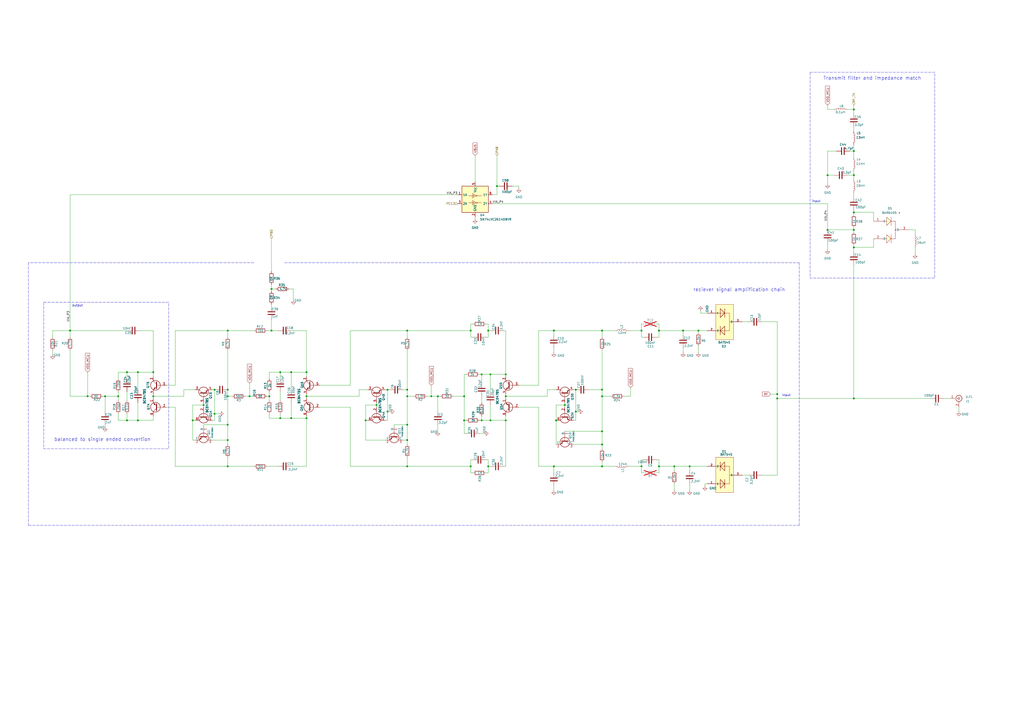
<source format=kicad_sch>
(kicad_sch (version 20250114) (generator "eeschema") (generator_version "9.0")
  (paper "A2")
  (lib_symbols
    (symbol "74xGxx:SN74LVC2G14DBV"
      (property "Reference" "U" (at 2.54 12.7 0))
      (property "Value" "SN74LVC2G14DBV" (at 2.54 10.16 0))
      (symbol "SN74LVC2G14DBV_1_1"
        (pin input line (at -10.16 2.54 0) (length 2.54) (name "1A") (number "1"))
        (pin input line (at -10.16 -2.54 0) (length 2.54) (name "2A") (number "3"))
        (pin power_in line (at 0 10.16 270) (length 2.54) (name "V_{CC}") (number "5"))
        (pin power_in line (at 0 -10.16 90) (length 2.54) (name "GND") (number "2"))
        (pin output line (at 10.16 2.54 180) (length 2.54) (name "1Y") (number "6"))
        (pin output line (at 10.16 -2.54 180) (length 2.54) (name "2Y") (number "4"))
      )
    )
    (symbol "Device:C" (pin_numbers (hide yes)) (pin_names (offset 0.254))
      (property "Reference" "C" (at 0.635 2.54 0))
      (property "Value" "C" (at 0.635 -2.54 0))
      (symbol "C_1_1"
        (pin passive line (at 0 3.81 270) (length 2.794) (name "~") (number "1"))
        (pin passive line (at 0 -3.81 90) (length 2.794) (name "~") (number "2"))
      )
    )
    (symbol "Device:L" (pin_numbers (hide yes)) (pin_names (offset 1.016) (hide yes))
      (property "Reference" "L" (at -1.27 0 90))
      (property "Value" "L" (at 1.905 0 90))
      (symbol "L_1_1"
        (pin passive line (at 0 3.81 270) (length 1.27) (name "1") (number "1"))
        (pin passive line (at 0 -3.81 90) (length 1.27) (name "2") (number "2"))
      )
    )
    (symbol "Device:R" (pin_numbers (hide yes)) (pin_names (offset 0))
      (property "Reference" "R" (at 2.032 0 90))
      (property "Value" "R" (at 0 0 90))
      (symbol "R_1_1"
        (pin passive line (at 0 3.81 270) (length 1.27) (name "~") (number "1"))
        (pin passive line (at 0 -3.81 90) (length 1.27) (name "~") (number "2"))
      )
    )
    (symbol "LCSC_EasyEDA:MMBD4148CC_C8595"
      (property "Reference" "D" (at 0 15.24 0))
      (property "Value" "MMBD4148CC_C8595" (at 0 -15.24 0))
      (symbol "MMBD4148CC_C8595_0_1"
        (pin unspecified line (at -5.08 -10.16 90) (length 5.08) (name "1") (number "1"))
        (pin unspecified line (at 0 10.16 270) (length 5.08) (name "3") (number "3"))
        (pin unspecified line (at 5.08 -10.16 90) (length 5.08) (name "2") (number "2"))
      )
    )
    (symbol "PCM_JLCPCB-Diode-Packages:Switching, BAV99,215"
      (property "Reference" "D" (at 0 1.27 0))
      (property "Value" "BAV99,215" (at 0 -2.54 0))
      (symbol "Switching, BAV99,215_0_1"
        (pin input line (at -5.08 -10.16 90) (length 5.08) (name "1") (number "1"))
        (pin input line (at 0 10.16 270) (length 5.08) (name "3") (number "3"))
        (pin input line (at 5.08 -10.16 90) (length 5.08) (name "2") (number "2"))
      )
    )
    (symbol "PCM_JLCPCB-Extended:RF, Connector, U.FL" (pin_names (offset 1.016) (hide yes))
      (property "Reference" "J" (at 0.254 3.048 0))
      (property "Value" "U.FL" (at 2.921 0 90))
      (symbol "RF, Connector, U.FL_1_1"
        (pin passive line (at -5.08 0 0) (length 2.54) (name "In") (number "1"))
        (pin passive line (at 0 -5.08 90) (length 2.54) (name "Ext") (number "2"))
      )
    )
    (symbol "PCM_JLCPCB-Transistor-Packages:NPN, 2 Channel, BC847BS" (pin_names (offset 0) (hide yes))
      (property "Reference" "Q" (at 5.08 1.27 0))
      (property "Value" "BC847BS" (at 5.08 -1.27 0))
      (symbol "NPN, 2 Channel, BC847BS_1_1"
        (pin input line (at -5.08 0 0) (length 2.54) (name "B1") (number "2"))
        (pin passive line (at 2.54 5.08 270) (length 2.54) (name "C1") (number "6"))
        (pin passive line (at 2.54 -5.08 90) (length 2.54) (name "E1") (number "1"))
      )
      (symbol "NPN, 2 Channel, BC847BS_2_1"
        (pin input line (at -5.08 0 0) (length 2.54) (name "B2") (number "5"))
        (pin passive line (at 2.54 5.08 270) (length 2.54) (name "C2") (number "3"))
        (pin passive line (at 2.54 -5.08 90) (length 2.54) (name "E2") (number "4"))
      )
    )
    (symbol "PCM_JLCPCB-Transistors:NPN,MMBT3904" (pin_names (offset 0))
      (property "Reference" "Q" (at 4.8514 0.834 0))
      (property "Value" "MMBT3904" (at 4.8514 -1.2122 0))
      (symbol "NPN,MMBT3904_1_1"
        (pin input line (at -5.08 0 0) (length 2.54) (name "B") (number "1"))
        (pin open_collector line (at 2.54 5.08 270) (length 2.54) (name "C") (number "3"))
        (pin open_emitter line (at 2.54 -5.08 90) (length 2.54) (name "E") (number "2"))
      )
    )
    (symbol "power:GND" (power) (pin_numbers (hide yes)) (pin_names (offset 0) (hide yes))
      (property "Value" "GND" (at 0 -3.81 0))
      (symbol "GND_1_1"
        (pin power_in line (at 0 0 270) (length 0) (name "~") (number "1"))
      )
    )
  )
  (rectangle (start 469.9 41.91) (end 542.29 161.29) (stroke (width 0) (type dash)))
  (rectangle (start 25.4 175.26) (end 97.79 260.35) (stroke (width 0) (type dash)))
  (text "balanced to single ended convertion" (at 59.436 255.016 0) (effects (font (size 2 2))))
  (text "reciever signal amplification chain\n" (at 428.752 168.148 0) (effects (font (size 2 2))))
  (text "Transmit filter and impedance match" (at 505.968 45.466 0) (effects (font (size 2 2))))
  (text "output" (at 44.958 177.292 0) (effects (font (size 1.27 1.27))))
  (text "input" (at 473.456 116.84 0) (effects (font (size 1.27 1.27))))
  (text "Input" (at 456.184 229.362 0) (effects (font (size 1.27 1.27))))
  (junction (at 118.11 234.95))
  (junction (at 349.25 229.87))
  (junction (at 372.11 270.51))
  (junction (at 273.05 191.77))
  (junction (at 236.22 246.38))
  (junction (at 321.31 191.77))
  (junction (at 132.08 255.27))
  (junction (at 322.58 243.84))
  (junction (at 284.48 243.84))
  (junction (at 349.25 191.77))
  (junction (at 293.37 229.87))
  (junction (at 495.3 123.19))
  (junction (at 349.25 250.19))
  (junction (at 177.8 229.87))
  (junction (at 132.08 191.77))
  (junction (at 250.19 229.87))
  (junction (at 124.46 226.06))
  (junction (at 396.24 191.77))
  (junction (at 224.79 238.76))
  (junction (at 60.96 229.87))
  (junction (at 50.8 229.87))
  (junction (at 111.76 243.84))
  (junction (at 168.91 215.9))
  (junction (at 293.37 243.84))
  (junction (at 349.25 226.06))
  (junction (at 495.3 143.51))
  (junction (at 88.9 229.87))
  (junction (at 480.06 133.35))
  (junction (at 327.66 234.95))
  (junction (at 382.27 191.77))
  (junction (at 162.56 242.57))
  (junction (at 349.25 257.81))
  (junction (at 288.29 107.95))
  (junction (at 236.22 270.51))
  (junction (at 372.11 191.77))
  (junction (at 450.85 228.6))
  (junction (at 405.13 191.77))
  (junction (at 132.08 246.38))
  (junction (at 400.05 270.51))
  (junction (at 224.79 226.06))
  (junction (at 132.08 226.06))
  (junction (at 80.01 215.9))
  (junction (at 218.44 234.95))
  (junction (at 73.66 215.9))
  (junction (at 269.24 229.87))
  (junction (at 283.21 191.77))
  (junction (at 156.21 229.87))
  (junction (at 495.3 63.5))
  (junction (at 334.01 238.76))
  (junction (at 88.9 215.9))
  (junction (at 495.3 87.63))
  (junction (at 269.24 243.84))
  (junction (at 382.27 270.51))
  (junction (at 236.22 229.87))
  (junction (at 334.01 226.06))
  (junction (at 177.8 242.57))
  (junction (at 283.21 270.51))
  (junction (at 144.78 229.87))
  (junction (at 349.25 270.51))
  (junction (at 132.08 270.51))
  (junction (at 495.3 133.35))
  (junction (at 284.48 217.17))
  (junction (at 40.64 191.77))
  (junction (at 450.85 231.14))
  (junction (at 132.08 229.87))
  (junction (at 236.22 226.06))
  (junction (at 168.91 242.57))
  (junction (at 279.4 243.84))
  (junction (at 80.01 243.84))
  (junction (at 73.66 243.84))
  (junction (at 495.3 231.14))
  (junction (at 495.3 101.6))
  (junction (at 124.46 240.03))
  (junction (at 162.56 215.9))
  (junction (at 391.16 270.51))
  (junction (at 254 229.87))
  (junction (at 157.48 167.64))
  (junction (at 236.22 255.27))
  (junction (at 293.37 217.17))
  (junction (at 480.06 101.6))
  (junction (at 68.58 229.87))
  (junction (at 177.8 215.9))
  (junction (at 321.31 270.51))
  (junction (at 279.4 217.17))
  (junction (at 212.09 243.84))
  (junction (at 273.05 270.51))
  (junction (at 236.22 191.77))
  (junction (at 157.48 191.77))
  (wire (pts (xy 322.58 257.81) (xy 322.58 243.84)))
  (wire (pts (xy 495.3 143.51) (xy 506.73 143.51)))
  (wire (pts (xy 30.48 195.58) (xy 30.48 191.77)))
  (wire (pts (xy 80.01 215.9) (xy 80.01 226.06)))
  (wire (pts (xy 132.08 265.43) (xy 132.08 270.51)))
  (wire (pts (xy 321.31 201.93) (xy 321.31 204.47)))
  (wire (pts (xy 480.06 118.11) (xy 480.06 133.35)))
  (wire (pts (xy 170.18 167.64) (xy 167.64 167.64)))
  (wire (pts (xy 285.75 118.11) (xy 480.06 118.11)))
  (wire (pts (xy 372.11 195.58) (xy 373.38 195.58)))
  (wire (pts (xy 88.9 229.87) (xy 106.68 229.87)))
  (wire (pts (xy 236.22 226.06) (xy 236.22 229.87)))
  (wire (pts (xy 289.56 107.95) (xy 288.29 107.95)))
  (wire (pts (xy 312.42 236.22) (xy 300.99 236.22)))
  (wire (pts (xy 273.05 266.7) (xy 273.05 270.51)))
  (wire (pts (xy 218.44 234.95) (xy 218.44 233.68)))
  (wire (pts (xy 124.46 226.06) (xy 123.19 226.06)))
  (wire (pts (xy 480.06 60.96) (xy 480.06 63.5)))
  (wire (pts (xy 50.8 215.9) (xy 50.8 229.87)))
  (wire (pts (xy 236.22 203.2) (xy 236.22 226.06)))
  (wire (pts (xy 450.85 228.6) (xy 450.85 231.14)))
  (wire (pts (xy 495.3 123.19) (xy 506.73 123.19)))
  (wire (pts (xy 273.05 191.77) (xy 273.05 195.58)))
  (wire (pts (xy 274.32 195.58) (xy 273.05 195.58)))
  (wire (pts (xy 506.73 138.43) (xy 506.73 143.51)))
  (wire (pts (xy 327.66 236.22) (xy 327.66 234.95)))
  (wire (pts (xy 293.37 270.51) (xy 292.1 270.51)))
  (wire (pts (xy 273.05 270.51) (xy 273.05 274.32)))
  (wire (pts (xy 321.31 270.51) (xy 349.25 270.51)))
  (wire (pts (xy 381 266.7) (xy 382.27 266.7)))
  (wire (pts (xy 483.87 101.6) (xy 480.06 101.6)))
  (polyline (pts (xy 16.51 304.8) (xy 463.55 304.8)) (stroke (width 0) (type dash)))
  (wire (pts (xy 275.59 90.17) (xy 275.59 105.41)))
  (wire (pts (xy 73.66 227.33) (xy 73.66 232.41)))
  (wire (pts (xy 52.07 229.87) (xy 50.8 229.87)))
  (wire (pts (xy 185.42 223.52) (xy 203.2 223.52)))
  (wire (pts (xy 391.16 280.67) (xy 391.16 284.48)))
  (wire (pts (xy 177.8 191.77) (xy 177.8 215.9)))
  (wire (pts (xy 293.37 270.51) (xy 293.37 243.84)))
  (wire (pts (xy 495.3 101.6) (xy 495.3 104.14)))
  (wire (pts (xy 132.08 257.81) (xy 132.08 255.27)))
  (wire (pts (xy 132.08 226.06) (xy 132.08 229.87)))
  (wire (pts (xy 177.8 215.9) (xy 177.8 218.44)))
  (wire (pts (xy 406.4 181.61) (xy 406.4 180.34)))
  (wire (pts (xy 293.37 241.3) (xy 293.37 243.84)))
  (wire (pts (xy 212.09 255.27) (xy 212.09 243.84)))
  (wire (pts (xy 495.3 121.92) (xy 495.3 123.19)))
  (wire (pts (xy 495.3 231.14) (xy 539.75 231.14)))
  (wire (pts (xy 247.65 229.87) (xy 250.19 229.87)))
  (wire (pts (xy 495.3 153.67) (xy 495.3 231.14)))
  (wire (pts (xy 492.76 87.63) (xy 495.3 87.63)))
  (wire (pts (xy 101.6 223.52) (xy 101.6 191.77)))
  (wire (pts (xy 278.13 217.17) (xy 279.4 217.17)))
  (wire (pts (xy 495.3 83.82) (xy 495.3 87.63)))
  (wire (pts (xy 382.27 191.77) (xy 382.27 195.58)))
  (wire (pts (xy 124.46 240.03) (xy 124.46 243.84)))
  (wire (pts (xy 50.8 229.87) (xy 40.64 229.87)))
  (wire (pts (xy 530.86 143.51) (xy 530.86 147.32)))
  (wire (pts (xy 68.58 219.71) (xy 68.58 215.9)))
  (wire (pts (xy 236.22 257.81) (xy 236.22 255.27)))
  (wire (pts (xy 495.3 142.24) (xy 495.3 143.51)))
  (wire (pts (xy 111.76 243.84) (xy 111.76 234.95)))
  (wire (pts (xy 132.08 229.87) (xy 132.08 246.38)))
  (wire (pts (xy 208.28 226.06) (xy 213.36 226.06)))
  (wire (pts (xy 349.25 191.77) (xy 349.25 195.58)))
  (wire (pts (xy 236.22 270.51) (xy 273.05 270.51)))
  (wire (pts (xy 134.62 229.87) (xy 132.08 229.87)))
  (wire (pts (xy 132.08 246.38) (xy 132.08 255.27)))
  (wire (pts (xy 106.68 226.06) (xy 113.03 226.06)))
  (wire (pts (xy 73.66 240.03) (xy 73.66 243.84)))
  (wire (pts (xy 218.44 234.95) (xy 218.44 236.22)))
  (wire (pts (xy 278.13 251.46) (xy 280.67 251.46)))
  (wire (pts (xy 281.94 195.58) (xy 283.21 195.58)))
  (wire (pts (xy 349.25 191.77) (xy 356.87 191.77)))
  (wire (pts (xy 327.66 250.19) (xy 349.25 250.19)))
  (wire (pts (xy 382.27 266.7) (xy 382.27 270.51)))
  (wire (pts (xy 279.4 229.87) (xy 279.4 233.68)))
  (wire (pts (xy 441.96 275.59) (xy 450.85 275.59)))
  (wire (pts (xy 495.3 123.19) (xy 495.3 124.46)))
  (wire (pts (xy 506.73 128.27) (xy 506.73 123.19)))
  (wire (pts (xy 124.46 226.06) (xy 124.46 240.03)))
  (wire (pts (xy 157.48 176.53) (xy 157.48 177.8)))
  (wire (pts (xy 177.8 242.57) (xy 177.8 241.3)))
  (wire (pts (xy 495.3 60.96) (xy 495.3 63.5)))
  (wire (pts (xy 88.9 229.87) (xy 88.9 231.14)))
  (wire (pts (xy 255.27 229.87) (xy 254 229.87)))
  (wire (pts (xy 203.2 191.77) (xy 236.22 191.77)))
  (wire (pts (xy 312.42 270.51) (xy 312.42 236.22)))
  (wire (pts (xy 168.91 233.68) (xy 168.91 242.57)))
  (wire (pts (xy 101.6 223.52) (xy 96.52 223.52)))
  (wire (pts (xy 556.26 236.22) (xy 556.26 238.76)))
  (wire (pts (xy 322.58 243.84) (xy 322.58 234.95)))
  (wire (pts (xy 68.58 240.03) (xy 68.58 243.84)))
  (wire (pts (xy 40.64 191.77) (xy 40.64 195.58)))
  (wire (pts (xy 450.85 231.14) (xy 495.3 231.14)))
  (wire (pts (xy 212.09 243.84) (xy 213.36 243.84)))
  (wire (pts (xy 88.9 191.77) (xy 88.9 215.9)))
  (wire (pts (xy 80.01 243.84) (xy 88.9 243.84)))
  (wire (pts (xy 168.91 215.9) (xy 177.8 215.9)))
  (wire (pts (xy 349.25 226.06) (xy 341.63 226.06)))
  (wire (pts (xy 297.18 107.95) (xy 300.99 107.95)))
  (wire (pts (xy 495.3 133.35) (xy 495.3 134.62)))
  (wire (pts (xy 396.24 191.77) (xy 382.27 191.77)))
  (wire (pts (xy 283.21 266.7) (xy 283.21 270.51)))
  (wire (pts (xy 40.64 203.2) (xy 40.64 229.87)))
  (wire (pts (xy 495.3 132.08) (xy 495.3 133.35)))
  (polyline (pts (xy 16.51 152.4) (xy 16.51 304.8)) (stroke (width 0) (type dash)))
  (wire (pts (xy 334.01 243.84) (xy 334.01 238.76)))
  (wire (pts (xy 156.21 240.03) (xy 156.21 242.57)))
  (wire (pts (xy 279.4 243.84) (xy 284.48 243.84)))
  (wire (pts (xy 364.49 191.77) (xy 372.11 191.77)))
  (wire (pts (xy 410.21 270.51) (xy 400.05 270.51)))
  (wire (pts (xy 321.31 281.94) (xy 321.31 284.48)))
  (wire (pts (xy 293.37 229.87) (xy 293.37 228.6)))
  (wire (pts (xy 132.08 191.77) (xy 147.32 191.77)))
  (wire (pts (xy 177.8 228.6) (xy 177.8 229.87)))
  (wire (pts (xy 382.27 195.58) (xy 381 195.58)))
  (wire (pts (xy 396.24 201.93) (xy 396.24 204.47)))
  (wire (pts (xy 312.42 191.77) (xy 321.31 191.77)))
  (wire (pts (xy 236.22 270.51) (xy 236.22 265.43)))
  (wire (pts (xy 321.31 191.77) (xy 349.25 191.77)))
  (wire (pts (xy 284.48 217.17) (xy 284.48 227.33)))
  (wire (pts (xy 349.25 226.06) (xy 349.25 203.2)))
  (wire (pts (xy 236.22 195.58) (xy 236.22 191.77)))
  (wire (pts (xy 480.06 106.68) (xy 480.06 101.6)))
  (wire (pts (xy 269.24 229.87) (xy 269.24 217.17)))
  (wire (pts (xy 236.22 229.87) (xy 236.22 246.38)))
  (wire (pts (xy 283.21 274.32) (xy 283.21 270.51)))
  (wire (pts (xy 349.25 229.87) (xy 354.33 229.87)))
  (wire (pts (xy 332.74 257.81) (xy 349.25 257.81)))
  (wire (pts (xy 483.87 63.5) (xy 480.06 63.5)))
  (wire (pts (xy 265.43 113.03) (xy 40.64 113.03)))
  (wire (pts (xy 279.4 222.25) (xy 279.4 217.17)))
  (wire (pts (xy 365.76 229.87) (xy 365.76 224.79)))
  (wire (pts (xy 551.18 231.14) (xy 547.37 231.14)))
  (wire (pts (xy 396.24 194.31) (xy 396.24 191.77)))
  (wire (pts (xy 224.79 238.76) (xy 224.79 226.06)))
  (wire (pts (xy 349.25 270.51) (xy 356.87 270.51)))
  (wire (pts (xy 262.89 229.87) (xy 269.24 229.87)))
  (wire (pts (xy 157.48 165.1) (xy 157.48 167.64)))
  (wire (pts (xy 408.94 280.67) (xy 408.94 281.94)))
  (wire (pts (xy 168.91 191.77) (xy 177.8 191.77)))
  (wire (pts (xy 101.6 191.77) (xy 132.08 191.77)))
  (wire (pts (xy 132.08 191.77) (xy 132.08 195.58)))
  (wire (pts (xy 273.05 191.77) (xy 273.05 187.96)))
  (wire (pts (xy 156.21 242.57) (xy 162.56 242.57)))
  (wire (pts (xy 480.06 87.63) (xy 485.14 87.63)))
  (wire (pts (xy 177.8 270.51) (xy 177.8 242.57)))
  (wire (pts (xy 236.22 255.27) (xy 236.22 246.38)))
  (wire (pts (xy 273.05 274.32) (xy 274.32 274.32)))
  (wire (pts (xy 317.5 229.87) (xy 317.5 226.06)))
  (wire (pts (xy 118.11 234.95) (xy 118.11 233.68)))
  (wire (pts (xy 162.56 227.33) (xy 162.56 232.41)))
  (wire (pts (xy 293.37 231.14) (xy 293.37 229.87)))
  (wire (pts (xy 154.94 229.87) (xy 156.21 229.87)))
  (wire (pts (xy 106.68 229.87) (xy 106.68 226.06)))
  (wire (pts (xy 177.8 229.87) (xy 208.28 229.87)))
  (wire (pts (xy 312.42 223.52) (xy 312.42 191.77)))
  (wire (pts (xy 372.11 191.77) (xy 372.11 195.58)))
  (wire (pts (xy 349.25 226.06) (xy 349.25 229.87)))
  (wire (pts (xy 269.24 229.87) (xy 269.24 243.84)))
  (polyline (pts (xy 147.32 152.4) (xy 16.51 152.4)) (stroke (width 0) (type dash)))
  (wire (pts (xy 118.11 236.22) (xy 118.11 234.95)))
  (wire (pts (xy 224.79 226.06) (xy 223.52 226.06)))
  (wire (pts (xy 381 187.96) (xy 382.27 187.96)))
  (wire (pts (xy 124.46 243.84) (xy 123.19 243.84)))
  (wire (pts (xy 60.96 229.87) (xy 59.69 229.87)))
  (wire (pts (xy 410.21 191.77) (xy 405.13 191.77)))
  (wire (pts (xy 327.66 233.68) (xy 327.66 234.95)))
  (wire (pts (xy 450.85 231.14) (xy 450.85 275.59)))
  (wire (pts (xy 68.58 229.87) (xy 68.58 232.41)))
  (wire (pts (xy 250.19 229.87) (xy 254 229.87)))
  (wire (pts (xy 495.3 111.76) (xy 495.3 114.3)))
  (wire (pts (xy 349.25 260.35) (xy 349.25 257.81)))
  (wire (pts (xy 273.05 187.96) (xy 274.32 187.96)))
  (wire (pts (xy 157.48 168.91) (xy 157.48 167.64)))
  (wire (pts (xy 80.01 215.9) (xy 73.66 215.9)))
  (wire (pts (xy 530.86 133.35) (xy 530.86 135.89)))
  (wire (pts (xy 495.3 73.66) (xy 495.3 76.2)))
  (wire (pts (xy 157.48 191.77) (xy 161.29 191.77)))
  (wire (pts (xy 162.56 215.9) (xy 162.56 219.71)))
  (wire (pts (xy 322.58 234.95) (xy 327.66 234.95)))
  (wire (pts (xy 170.18 167.64) (xy 170.18 173.99)))
  (wire (pts (xy 365.76 229.87) (xy 361.95 229.87)))
  (wire (pts (xy 284.48 191.77) (xy 283.21 191.77)))
  (wire (pts (xy 123.19 255.27) (xy 132.08 255.27)))
  (wire (pts (xy 332.74 243.84) (xy 334.01 243.84)))
  (wire (pts (xy 349.25 229.87) (xy 349.25 250.19)))
  (wire (pts (xy 80.01 243.84) (xy 80.01 233.68)))
  (wire (pts (xy 495.3 87.63) (xy 495.3 91.44)))
  (wire (pts (xy 156.21 215.9) (xy 162.56 215.9)))
  (wire (pts (xy 300.99 107.95) (xy 300.99 109.22)))
  (wire (pts (xy 157.48 138.43) (xy 157.48 157.48)))
  (wire (pts (xy 60.96 246.38) (xy 60.96 247.65)))
  (wire (pts (xy 430.53 275.59) (xy 434.34 275.59)))
  (wire (pts (xy 372.11 187.96) (xy 372.11 191.77)))
  (wire (pts (xy 60.96 229.87) (xy 68.58 229.87)))
  (wire (pts (xy 101.6 270.51) (xy 132.08 270.51)))
  (wire (pts (xy 233.68 255.27) (xy 236.22 255.27)))
  (wire (pts (xy 132.08 203.2) (xy 132.08 226.06)))
  (wire (pts (xy 224.79 243.84) (xy 224.79 238.76)))
  (wire (pts (xy 293.37 218.44) (xy 293.37 217.17)))
  (wire (pts (xy 292.1 191.77) (xy 293.37 191.77)))
  (wire (pts (xy 203.2 236.22) (xy 185.42 236.22)))
  (wire (pts (xy 68.58 215.9) (xy 73.66 215.9)))
  (wire (pts (xy 400.05 273.05) (xy 400.05 270.51)))
  (wire (pts (xy 372.11 274.32) (xy 373.38 274.32)))
  (wire (pts (xy 203.2 270.51) (xy 203.2 236.22)))
  (wire (pts (xy 162.56 240.03) (xy 162.56 242.57)))
  (wire (pts (xy 430.53 186.69) (xy 434.34 186.69)))
  (wire (pts (xy 132.08 270.51) (xy 147.32 270.51)))
  (wire (pts (xy 156.21 215.9) (xy 156.21 219.71)))
  (wire (pts (xy 495.3 99.06) (xy 495.3 101.6)))
  (wire (pts (xy 491.49 63.5) (xy 495.3 63.5)))
  (wire (pts (xy 349.25 250.19) (xy 349.25 257.81)))
  (wire (pts (xy 269.24 243.84) (xy 269.24 251.46)))
  (wire (pts (xy 73.66 219.71) (xy 73.66 215.9)))
  (polyline (pts (xy 165.1 152.4) (xy 463.55 152.4)) (stroke (width 0) (type dash)))
  (wire (pts (xy 30.48 205.74) (xy 30.48 203.2)))
  (wire (pts (xy 278.13 243.84) (xy 279.4 243.84)))
  (wire (pts (xy 203.2 270.51) (xy 236.22 270.51)))
  (wire (pts (xy 233.68 226.06) (xy 236.22 226.06)))
  (wire (pts (xy 168.91 215.9) (xy 168.91 226.06)))
  (wire (pts (xy 228.6 246.38) (xy 228.6 247.65)))
  (wire (pts (xy 208.28 229.87) (xy 208.28 226.06)))
  (wire (pts (xy 168.91 270.51) (xy 177.8 270.51)))
  (wire (pts (xy 372.11 274.32) (xy 372.11 270.51)))
  (wire (pts (xy 382.27 187.96) (xy 382.27 191.77)))
  (wire (pts (xy 288.29 90.17) (xy 288.29 107.95)))
  (wire (pts (xy 288.29 113.03) (xy 285.75 113.03)))
  (wire (pts (xy 144.78 229.87) (xy 147.32 229.87)))
  (wire (pts (xy 162.56 215.9) (xy 168.91 215.9)))
  (wire (pts (xy 236.22 191.77) (xy 273.05 191.77)))
  (wire (pts (xy 408.94 280.67) (xy 410.21 280.67)))
  (wire (pts (xy 40.64 191.77) (xy 73.66 191.77)))
  (wire (pts (xy 284.48 243.84) (xy 284.48 234.95)))
  (wire (pts (xy 281.94 274.32) (xy 283.21 274.32)))
  (wire (pts (xy 450.85 186.69) (xy 450.85 228.6)))
  (wire (pts (xy 156.21 227.33) (xy 156.21 229.87)))
  (wire (pts (xy 405.13 193.04) (xy 405.13 191.77)))
  (wire (pts (xy 391.16 270.51) (xy 400.05 270.51)))
  (wire (pts (xy 372.11 270.51) (xy 372.11 266.7)))
  (wire (pts (xy 154.94 191.77) (xy 157.48 191.77)))
  (wire (pts (xy 96.52 236.22) (xy 101.6 236.22)))
  (wire (pts (xy 88.9 243.84) (xy 88.9 241.3)))
  (wire (pts (xy 88.9 215.9) (xy 88.9 218.44)))
  (wire (pts (xy 321.31 270.51) (xy 312.42 270.51)))
  (wire (pts (xy 118.11 234.95) (xy 111.76 234.95)))
  (wire (pts (xy 410.21 181.61) (xy 406.4 181.61)))
  (wire (pts (xy 396.24 191.77) (xy 405.13 191.77)))
  (polyline (pts (xy 463.55 304.8) (xy 463.55 152.4)) (stroke (width 0) (type dash)))
  (wire (pts (xy 288.29 107.95) (xy 288.29 113.03)))
  (wire (pts (xy 111.76 243.84) (xy 113.03 243.84)))
  (wire (pts (xy 236.22 229.87) (xy 240.03 229.87)))
  (wire (pts (xy 281.94 187.96) (xy 283.21 187.96)))
  (wire (pts (xy 400.05 280.67) (xy 400.05 284.48)))
  (wire (pts (xy 124.46 240.03) (xy 127 240.03)))
  (wire (pts (xy 447.04 228.6) (xy 450.85 228.6)))
  (wire (pts (xy 157.48 185.42) (xy 157.48 191.77)))
  (wire (pts (xy 80.01 215.9) (xy 88.9 215.9)))
  (wire (pts (xy 281.94 266.7) (xy 283.21 266.7)))
  (wire (pts (xy 160.02 167.64) (xy 157.48 167.64)))
  (wire (pts (xy 480.06 140.97) (xy 480.06 144.78)))
  (wire (pts (xy 212.09 234.95) (xy 218.44 234.95)))
  (wire (pts (xy 144.78 222.25) (xy 144.78 229.87)))
  (wire (pts (xy 250.19 223.52) (xy 250.19 229.87)))
  (wire (pts (xy 364.49 270.51) (xy 372.11 270.51)))
  (wire (pts (xy 68.58 227.33) (xy 68.58 229.87)))
  (wire (pts (xy 495.3 143.51) (xy 495.3 146.05)))
  (wire (pts (xy 73.66 243.84) (xy 80.01 243.84)))
  (wire (pts (xy 270.51 217.17) (xy 269.24 217.17)))
  (wire (pts (xy 293.37 191.77) (xy 293.37 217.17)))
  (wire (pts (xy 321.31 191.77) (xy 321.31 194.31)))
  (wire (pts (xy 118.11 247.65) (xy 118.11 246.38)))
  (wire (pts (xy 118.11 246.38) (xy 132.08 246.38)))
  (wire (pts (xy 283.21 187.96) (xy 283.21 191.77)))
  (wire (pts (xy 317.5 226.06) (xy 322.58 226.06)))
  (wire (pts (xy 495.3 63.5) (xy 495.3 66.04)))
  (wire (pts (xy 273.05 266.7) (xy 274.32 266.7)))
  (wire (pts (xy 293.37 243.84) (xy 284.48 243.84)))
  (wire (pts (xy 254 238.76) (xy 254 229.87)))
  (wire (pts (xy 349.25 270.51) (xy 349.25 267.97)))
  (wire (pts (xy 30.48 191.77) (xy 40.64 191.77)))
  (wire (pts (xy 212.09 243.84) (xy 212.09 234.95)))
  (wire (pts (xy 405.13 204.47) (xy 405.13 200.66)))
  (wire (pts (xy 168.91 242.57) (xy 177.8 242.57)))
  (wire (pts (xy 60.96 229.87) (xy 60.96 238.76)))
  (wire (pts (xy 177.8 231.14) (xy 177.8 229.87)))
  (wire (pts (xy 111.76 255.27) (xy 111.76 243.84)))
  (wire (pts (xy 334.01 226.06) (xy 334.01 238.76)))
  (wire (pts (xy 101.6 236.22) (xy 101.6 270.51)))
  (wire (pts (xy 334.01 238.76) (xy 335.28 238.76)))
  (wire (pts (xy 441.96 186.69) (xy 450.85 186.69)))
  (wire (pts (xy 293.37 229.87) (xy 317.5 229.87)))
  (wire (pts (xy 203.2 223.52) (xy 203.2 191.77)))
  (wire (pts (xy 382.27 270.51) (xy 391.16 270.51)))
  (wire (pts (xy 154.94 270.51) (xy 161.29 270.51)))
  (wire (pts (xy 68.58 243.84) (xy 73.66 243.84)))
  (wire (pts (xy 382.27 274.32) (xy 381 274.32)))
  (wire (pts (xy 372.11 266.7) (xy 373.38 266.7)))
  (wire (pts (xy 88.9 228.6) (xy 88.9 229.87)))
  (wire (pts (xy 226.06 238.76) (xy 224.79 238.76)))
  (wire (pts (xy 224.79 226.06) (xy 226.06 226.06)))
  (wire (pts (xy 480.06 87.63) (xy 480.06 101.6)))
  (wire (pts (xy 254 246.38) (xy 254 250.19)))
  (wire (pts (xy 300.99 223.52) (xy 312.42 223.52)))
  (wire (pts (xy 269.24 251.46) (xy 270.51 251.46)))
  (wire (pts (xy 283.21 191.77) (xy 283.21 195.58)))
  (wire (pts (xy 279.4 243.84) (xy 279.4 241.3)))
  (wire (pts (xy 491.49 101.6) (xy 495.3 101.6)))
  (wire (pts (xy 293.37 217.17) (xy 284.48 217.17)))
  (wire (pts (xy 321.31 270.51) (xy 321.31 274.32)))
  (wire (pts (xy 88.9 191.77) (xy 81.28 191.77)))
  (wire (pts (xy 228.6 246.38) (xy 236.22 246.38)))
  (wire (pts (xy 162.56 242.57) (xy 168.91 242.57)))
  (wire (pts (xy 275.59 125.73) (xy 275.59 127)))
  (wire (pts (xy 373.38 187.96) (xy 372.11 187.96)))
  (wire (pts (xy 142.24 229.87) (xy 144.78 229.87)))
  (wire (pts (xy 40.64 113.03) (xy 40.64 191.77)))
  (wire (pts (xy 223.52 255.27) (xy 212.09 255.27)))
  (wire (pts (xy 113.03 255.27) (xy 111.76 255.27)))
  (wire (pts (xy 269.24 243.84) (xy 270.51 243.84)))
  (wire (pts (xy 223.52 243.84) (xy 224.79 243.84)))
  (wire (pts (xy 391.16 273.05) (xy 391.16 270.51)))
  (wire (pts (xy 284.48 217.17) (xy 279.4 217.17)))
  (wire (pts (xy 527.05 133.35) (xy 530.86 133.35)))
  (wire (pts (xy 382.27 274.32) (xy 382.27 270.51)))
  (wire (pts (xy 156.21 232.41) (xy 156.21 229.87)))
  (wire (pts (xy 480.06 133.35) (xy 495.3 133.35)))
  (wire (pts (xy 332.74 226.06) (xy 334.01 226.06)))
  (wire (pts (xy 284.48 270.51) (xy 283.21 270.51)))
  (label "VIA_P3" (at 40.64 186.69 90))
  (label "VIA_P4" (at 480.06 128.27 90))
  (label "VIA_P4" (at 285.75 118.11 0))
  (label "VIA_P3" (at 265.43 113.03 180))
  (global_label "VBUS" (shape input) (at 275.59 90.17 90) (property "Intersheetrefs" "${INTERSHEET_REFS}" (effects (hide yes))))
  (global_label "VDD_MCU" (shape input) (at 50.8 215.9 90) (property "Intersheetrefs" "${INTERSHEET_REFS}" (effects (hide yes))))
  (global_label "VDD_MCU" (shape input) (at 365.76 224.79 90) (property "Intersheetrefs" "${INTERSHEET_REFS}" (effects (hide yes))))
  (global_label "VDD_MCU" (shape input) (at 250.19 223.52 90) (property "Intersheetrefs" "${INTERSHEET_REFS}" (effects (hide yes))))
  (global_label "RF" (shape input) (at 447.04 228.6 180) (property "Intersheetrefs" "${INTERSHEET_REFS}" (effects (hide yes))))
  (global_label "VDD_MCU" (shape input) (at 480.06 60.96 90) (property "Intersheetrefs" "${INTERSHEET_REFS}" (effects (hide yes))))
  (global_label "VDD_MCU" (shape input) (at 144.78 222.25 90) (property "Intersheetrefs" "${INTERSHEET_REFS}" (effects (hide yes))))
  (hierarchical_label "RF_TX" (shape input) (at 495.3 60.96 90))
  (hierarchical_label "PB0" (shape input) (at 157.48 138.43 90))
  (hierarchical_label "PC13" (shape input) (at 265.43 118.11 180))
  (hierarchical_label "PA8" (shape input) (at 288.29 90.17 90))
  (symbol (lib_id "Device:C") (at 495.3 118.11 0) (unit 1)
    (property "Reference" "C42" (at 496.062 116.078 0) (effects (justify left)))
    (property "Value" "100pF" (at 496.316 120.142 0) (effects (justify left)))
    (property "Footprint" "Capacitor_SMD:C_0805_2012Metric_Pad1.18x1.45mm_HandSolder" (effects (hide yes)))
    (property "Description" "Unpolarized capacitor" (effects (hide yes)))
  )
  (symbol (lib_id "Device:C") (at 80.01 229.87 0) (mirror x) (unit 1)
    (property "Reference" "C23" (at 76.454 229.616 90))
    (property "Value" "20pF" (at 78.74 226.06 90))
    (property "Footprint" "Capacitor_SMD:C_0805_2012Metric_Pad1.18x1.45mm_HandSolder" (effects (hide yes)))
    (property "Description" "Unpolarized capacitor" (effects (hide yes)))
  )
  (symbol (lib_id "power:GND") (at 30.48 205.74 0) (mirror y) (unit 1)
    (property "Reference" "#PWR043" (effects (hide yes)))
    (property "Value" "GND" (at 33.02 205.994 0))
    (property "Description" "Power symbol creates a global label with name \"GND\" , ground" (effects (hide yes)))
  )
  (symbol (lib_id "Device:R") (at 151.13 229.87 270) (mirror x) (unit 1)
    (property "Reference" "R16" (at 147.574 227.838 0))
    (property "Value" "30" (at 150.876 229.87 90))
    (property "Footprint" "Resistor_SMD:R_0805_2012Metric_Pad1.20x1.40mm_HandSolder" (effects (hide yes)))
    (property "Description" "Resistor" (effects (hide yes)))
  )
  (symbol (lib_id "Device:R") (at 391.16 276.86 0) (unit 1)
    (property "Reference" "R1" (at 387.35 277.114 0) (effects (justify left)))
    (property "Value" "1.5k" (at 391.16 279.146 90) (effects (justify left)))
    (property "Footprint" "Resistor_SMD:R_0805_2012Metric_Pad1.20x1.40mm_HandSolder" (effects (hide yes)))
    (property "Description" "Resistor" (effects (hide yes)))
  )
  (symbol (lib_id "PCM_JLCPCB-Transistors:NPN,MMBT3904") (at 118.11 252.73 270) (unit 1)
    (property "Reference" "Q2" (at 121.158 249.428 0) (effects (justify left)))
    (property "Value" "MMBT3904" (at 123.19 247.65 0) (effects (font (size 0.8 0.8)) (justify left)))
    (property "Footprint" "PCM_JLCPCB:Q_SOT-23" (effects (hide yes)))
    (property "Datasheet" "https://wmsc.lcsc.com/wmsc/upload/file/pdf/v2/lcsc/2312221203_hongjiacheng-MMBT3904_C7420353.pdf" (effects (hide yes)))
    (property "Description" "40V 200mW 100@10mA,1.0V 200mA NPN SOT-23 Bipolar (BJT) ROHS" (effects (hide yes)))
    (property "LCSC" "C7420353" (effects (hide yes)))
    (property "Stock" "795529" (effects (hide yes)))
    (property "Price" "0.013USD" (effects (hide yes)))
    (property "Process" "SMT" (effects (hide yes)))
    (property "Minimum Qty" "10" (effects (hide yes)))
    (property "Attrition Qty" "5" (effects (hide yes)))
    (property "Class" "Preferred Component" (effects (hide yes)))
    (property "Category" "Triode/MOS Tube/Transistor,Bipolar Transistors - BJT" (effects (hide yes)))
    (property "Manufacturer" "hongjiacheng" (effects (hide yes)))
    (property "Part" "MMBT3904" (effects (hide yes)))
    (property "Transition Frequency (fT)" "300MHz" (effects (hide yes)))
    (property "Operating Temperature" "-55°C~+150°C" (effects (hide yes)))
    (property "Collector Cut-Off Current (Icbo)" "0.1uA" (effects (hide yes)))
    (property "Transistor Type" "NPN" (effects (hide yes)))
    (property "DC Current Gain (hFE@Ic,Vce)" "100@10mA,1.0V" (effects (hide yes)))
    (property "Power Dissipation (Pd)" "null" (effects (hide yes)))
    (property "Collector Current (Ic)" "null" (effects (hide yes)))
    (property "Collector-Emitter Saturation Voltage (VCE(sat)@Ic,Ib)" "0.3V@50mA,5.0mA" (effects (hide yes)))
    (property "Collector-Emitter Breakdown Voltage (Vceo)" "null" (effects (hide yes)))
  )
  (symbol (lib_id "PCM_JLCPCB-Transistor-Packages:NPN, 2 Channel, BC847BS") (at 118.11 228.6 90) (unit 2)
    (property "Reference" "Q1" (at 122.174 231.394 0) (effects (justify left)))
    (property "Value" "BC847BS" (at 120.142 239.522 0) (effects (justify left)))
    (property "Footprint" "PCM_JLCPCB:SOT-363_SC-70-6" (effects (hide yes)))
    (property "Datasheet" "https://www.lcsc.com/datasheet/lcsc_datasheet_2409041457_hongjiacheng-BC847BS_C41375126.pdf" (effects (hide yes)))
    (property "Description" "SOT-363 Bipolar (BJT) ROHS" (effects (hide yes)))
    (property "LCSC" "C41375126" (effects (hide yes)))
    (property "Stock" "13866" (effects (hide yes)))
    (property "Price" "0.032USD" (effects (hide yes)))
    (property "Process" "SMT" (effects (hide yes)))
    (property "Minimum Qty" "10" (effects (hide yes)))
    (property "Attrition Qty" "4" (effects (hide yes)))
    (property "Class" "Preferred Component" (effects (hide yes)))
    (property "Category" "Transistors/Thyristors,Bipolar (BJT)" (effects (hide yes)))
    (property "Manufacturer" "hongjiacheng" (effects (hide yes)))
    (property "Part" "BC847BS" (effects (hide yes)))
  )
  (symbol (lib_id "Device:C") (at 488.95 87.63 270) (unit 1)
    (property "Reference" "C44" (at 488.95 83.82 90))
    (property "Value" "4.7pF" (at 492.506 86.106 90))
    (property "Footprint" "Capacitor_SMD:C_0805_2012Metric_Pad1.18x1.45mm_HandSolder" (effects (hide yes)))
    (property "Description" "Unpolarized capacitor" (effects (hide yes)))
  )
  (symbol (lib_id "Device:R") (at 274.32 217.17 270) (mirror x) (unit 1)
    (property "Reference" "R28" (at 274.066 215.138 90))
    (property "Value" "3k" (at 274.066 217.17 90))
    (property "Footprint" "Resistor_SMD:R_0805_2012Metric_Pad1.20x1.40mm_HandSolder" (effects (hide yes)))
    (property "Description" "Resistor" (effects (hide yes)))
  )
  (symbol (lib_id "power:GND") (at 391.16 284.48 0) (unit 1)
    (property "Reference" "#PWR032" (effects (hide yes)))
    (property "Value" "GND" (at 395.224 286.258 0))
    (property "Description" "Power symbol creates a global label with name \"GND\" , ground" (effects (hide yes)))
  )
  (symbol (lib_id "PCM_JLCPCB-Transistor-Packages:NPN, 2 Channel, BC847BS") (at 327.66 241.3 90) (mirror x) (unit 1)
    (property "Reference" "Q3" (at 331.978 239.014 0) (effects (justify left)))
    (property "Value" "BC847BS" (at 329.692 230.632 0) (effects (justify left)))
    (property "Footprint" "PCM_JLCPCB:SOT-363_SC-70-6" (effects (hide yes)))
    (property "Datasheet" "https://www.lcsc.com/datasheet/lcsc_datasheet_2409041457_hongjiacheng-BC847BS_C41375126.pdf" (effects (hide yes)))
    (property "Description" "SOT-363 Bipolar (BJT) ROHS" (effects (hide yes)))
    (property "LCSC" "C41375126" (effects (hide yes)))
    (property "Stock" "13866" (effects (hide yes)))
    (property "Price" "0.032USD" (effects (hide yes)))
    (property "Process" "SMT" (effects (hide yes)))
    (property "Minimum Qty" "10" (effects (hide yes)))
    (property "Attrition Qty" "4" (effects (hide yes)))
    (property "Class" "Preferred Component" (effects (hide yes)))
    (property "Category" "Transistors/Thyristors,Bipolar (BJT)" (effects (hide yes)))
    (property "Manufacturer" "hongjiacheng" (effects (hide yes)))
    (property "Part" "BC847BS" (effects (hide yes)))
  )
  (symbol (lib_id "Device:C") (at 157.48 181.61 0) (unit 1)
    (property "Reference" "C39" (at 159.512 179.324 0))
    (property "Value" "1nF" (at 159.512 183.642 0))
    (property "Footprint" "Capacitor_SMD:C_0805_2012Metric_Pad1.18x1.45mm_HandSolder" (effects (hide yes)))
    (property "Description" "Unpolarized capacitor" (effects (hide yes)))
  )
  (symbol (lib_id "Device:R") (at 495.3 128.27 180) (unit 1)
    (property "Reference" "R38" (at 500.38 128.524 0) (effects (justify left)))
    (property "Value" "1k" (at 495.3 127.254 90) (effects (justify left)))
    (property "Footprint" "Resistor_SMD:R_0805_2012Metric_Pad1.20x1.40mm_HandSolder" (effects (hide yes)))
    (property "Description" "Resistor" (effects (hide yes)))
  )
  (symbol (lib_id "Device:R") (at 55.88 229.87 270) (mirror x) (unit 1)
    (property "Reference" "R22" (at 56.134 231.902 90))
    (property "Value" "30" (at 55.626 229.87 90))
    (property "Footprint" "Resistor_SMD:R_0805_2012Metric_Pad1.20x1.40mm_HandSolder" (effects (hide yes)))
    (property "Description" "Resistor" (effects (hide yes)))
  )
  (symbol (lib_id "Device:R") (at 132.08 261.62 0) (mirror x) (unit 1)
    (property "Reference" "R8" (at 130.048 260.604 90) (effects (justify left)))
    (property "Value" "4.7k" (at 132.08 259.588 90) (effects (justify left)))
    (property "Footprint" "Resistor_SMD:R_0805_2012Metric_Pad1.20x1.40mm_HandSolder" (effects (hide yes)))
    (property "Description" "Resistor" (effects (hide yes)))
  )
  (symbol (lib_id "Device:C") (at 128.27 226.06 270) (mirror x) (unit 1)
    (property "Reference" "C8" (at 126.238 227.838 0))
    (property "Value" "100nF" (at 130.81 229.362 0))
    (property "Footprint" "Capacitor_SMD:C_0805_2012Metric_Pad1.18x1.45mm_HandSolder" (effects (hide yes)))
    (property "Description" "Unpolarized capacitor" (effects (hide yes)))
  )
  (symbol (lib_id "power:GND") (at 60.96 247.65 0) (unit 1)
    (property "Reference" "#PWR015" (effects (hide yes)))
    (property "Value" "GND" (at 58.674 247.904 0))
    (property "Description" "Power symbol creates a global label with name \"GND\" , ground" (effects (hide yes)))
  )
  (symbol (lib_id "PCM_JLCPCB-Transistor-Packages:NPN, 2 Channel, BC847BS") (at 218.44 241.3 90) (mirror x) (unit 1)
    (property "Reference" "Q4" (at 222.504 238.76 0) (effects (justify left)))
    (property "Value" "BC847BS" (at 220.472 230.632 0) (effects (justify left)))
    (property "Footprint" "PCM_JLCPCB:SOT-363_SC-70-6" (effects (hide yes)))
    (property "Datasheet" "https://www.lcsc.com/datasheet/lcsc_datasheet_2409041457_hongjiacheng-BC847BS_C41375126.pdf" (effects (hide yes)))
    (property "Description" "SOT-363 Bipolar (BJT) ROHS" (effects (hide yes)))
    (property "LCSC" "C41375126" (effects (hide yes)))
    (property "Stock" "13866" (effects (hide yes)))
    (property "Price" "0.032USD" (effects (hide yes)))
    (property "Process" "SMT" (effects (hide yes)))
    (property "Minimum Qty" "10" (effects (hide yes)))
    (property "Attrition Qty" "4" (effects (hide yes)))
    (property "Class" "Preferred Component" (effects (hide yes)))
    (property "Category" "Transistors/Thyristors,Bipolar (BJT)" (effects (hide yes)))
    (property "Manufacturer" "hongjiacheng" (effects (hide yes)))
    (property "Part" "BC847BS" (effects (hide yes)))
  )
  (symbol (lib_id "Device:C") (at 77.47 191.77 270) (mirror x) (unit 1)
    (property "Reference" "C25" (at 74.422 193.04 90))
    (property "Value" "10nF" (at 73.66 190.5 90))
    (property "Footprint" "Capacitor_SMD:C_0805_2012Metric_Pad1.18x1.45mm_HandSolder" (effects (hide yes)))
    (property "Description" "Unpolarized capacitor" (effects (hide yes)))
  )
  (symbol (lib_id "LCSC_EasyEDA:MMBD4148CC_C8595") (at 516.89 133.35 270) (unit 1)
    (property "Reference" "D5" (at 516.128 120.904 90))
    (property "Value" "BAR6405" (at 515.874 123.444 90))
    (property "Footprint" "EasyEDA:SOT-23-3_L2.9-W1.6-P1.90-LS2.8-BR" (effects (hide yes)))
    (property "Datasheet" "https://www.infineon.com/assets/row/public/documents/24/49/infineon-bar64-05-ds-en.pdf" (effects (hide yes)))
  )
  (symbol (lib_id "Device:C") (at 165.1 270.51 270) (mirror x) (unit 1)
    (property "Reference" "C15" (at 168.402 268.986 90))
    (property "Value" "2.2nF" (at 169.926 272.288 90))
    (property "Footprint" "Capacitor_SMD:C_0805_2012Metric_Pad1.18x1.45mm_HandSolder" (effects (hide yes)))
    (property "Description" "Unpolarized capacitor" (effects (hide yes)))
  )
  (symbol (lib_id "Device:R") (at 68.58 236.22 0) (mirror y) (unit 1)
    (property "Reference" "R18" (at 66.294 237.998 90) (effects (justify left)))
    (property "Value" "750" (at 68.834 237.998 90) (effects (justify left)))
    (property "Footprint" "Resistor_SMD:R_0805_2012Metric_Pad1.20x1.40mm_HandSolder" (effects (hide yes)))
    (property "Description" "Resistor" (effects (hide yes)))
  )
  (symbol (lib_id "Device:C") (at 321.31 278.13 180) (unit 1)
    (property "Reference" "C7" (at 322.58 274.32 0) (effects (justify right)))
    (property "Value" "2.2nF" (at 321.818 276.098 0) (effects (justify right)))
    (property "Footprint" "Capacitor_SMD:C_0805_2012Metric_Pad1.18x1.45mm_HandSolder" (effects (hide yes)))
    (property "Description" "Unpolarized capacitor" (effects (hide yes)))
  )
  (symbol (lib_id "PCM_JLCPCB-Extended:RF, Connector, U.FL") (at 556.26 231.14 0) (unit 1)
    (property "Reference" "J1" (at 560.07 232.7033 0) (effects (justify left)))
    (property "Value" "U.FL" (at 560.07 230.1633 0) (effects (justify left)))
    (property "Footprint" "PCM_JLCPCB:IPEX-SMD_BWIPX-1-001E" (effects (hide yes)))
    (property "Datasheet" "https://wmsc.lcsc.com/wmsc/upload/file/pdf/v2/lcsc/2208151830_BAT-WIRELESS-BWU-FL-IPEX1_C5137195.pdf" (effects (hide yes)))
    (property "Description" "coaxial connector (BNC, SMA, SMB, SMC, Cinch/RCA, LEMO, ...)" (effects (hide yes)))
    (property "LCSC" "C5137195" (effects (hide yes)))
  )
  (symbol (lib_id "Device:R") (at 495.3 138.43 180) (unit 1)
    (property "Reference" "R37" (at 500.38 138.684 0) (effects (justify left)))
    (property "Value" "1k" (at 495.3 137.414 90) (effects (justify left)))
    (property "Footprint" "Resistor_SMD:R_0805_2012Metric_Pad1.20x1.40mm_HandSolder" (effects (hide yes)))
    (property "Description" "Resistor" (effects (hide yes)))
  )
  (symbol (lib_id "PCM_JLCPCB-Transistor-Packages:NPN, 2 Channel, BC847BS") (at 218.44 228.6 90) (unit 2)
    (property "Reference" "Q4" (at 222.504 232.41 0) (effects (justify left)))
    (property "Value" "BC847BS" (at 220.472 239.522 0) (effects (justify left)))
    (property "Footprint" "PCM_JLCPCB:SOT-363_SC-70-6" (effects (hide yes)))
    (property "Datasheet" "https://www.lcsc.com/datasheet/lcsc_datasheet_2409041457_hongjiacheng-BC847BS_C41375126.pdf" (effects (hide yes)))
    (property "Description" "SOT-363 Bipolar (BJT) ROHS" (effects (hide yes)))
    (property "LCSC" "C41375126" (effects (hide yes)))
    (property "Stock" "13866" (effects (hide yes)))
    (property "Price" "0.032USD" (effects (hide yes)))
    (property "Process" "SMT" (effects (hide yes)))
    (property "Minimum Qty" "10" (effects (hide yes)))
    (property "Attrition Qty" "4" (effects (hide yes)))
    (property "Class" "Preferred Component" (effects (hide yes)))
    (property "Category" "Transistors/Thyristors,Bipolar (BJT)" (effects (hide yes)))
    (property "Manufacturer" "hongjiacheng" (effects (hide yes)))
    (property "Part" "BC847BS" (effects (hide yes)))
  )
  (symbol (lib_id "power:GND") (at 400.05 284.48 0) (unit 1)
    (property "Reference" "#PWR033" (effects (hide yes)))
    (property "Value" "GND" (at 404.114 286.258 0))
    (property "Description" "Power symbol creates a global label with name \"GND\" , ground" (effects (hide yes)))
  )
  (symbol (lib_id "PCM_JLCPCB-Transistor-Packages:NPN, 2 Channel, BC847BS") (at 327.66 228.6 90) (unit 2)
    (property "Reference" "Q3" (at 331.978 232.156 0) (effects (justify left)))
    (property "Value" "BC847BS" (at 329.692 239.522 0) (effects (justify left)))
    (property "Footprint" "PCM_JLCPCB:SOT-363_SC-70-6" (effects (hide yes)))
    (property "Datasheet" "https://www.lcsc.com/datasheet/lcsc_datasheet_2409041457_hongjiacheng-BC847BS_C41375126.pdf" (effects (hide yes)))
    (property "Description" "SOT-363 Bipolar (BJT) ROHS" (effects (hide yes)))
    (property "LCSC" "C41375126" (effects (hide yes)))
    (property "Stock" "13866" (effects (hide yes)))
    (property "Price" "0.032USD" (effects (hide yes)))
    (property "Process" "SMT" (effects (hide yes)))
    (property "Minimum Qty" "10" (effects (hide yes)))
    (property "Attrition Qty" "4" (effects (hide yes)))
    (property "Class" "Preferred Component" (effects (hide yes)))
    (property "Category" "Transistors/Thyristors,Bipolar (BJT)" (effects (hide yes)))
    (property "Manufacturer" "hongjiacheng" (effects (hide yes)))
    (property "Part" "BC847BS" (effects (hide yes)))
  )
  (symbol (lib_id "Device:R") (at 68.58 223.52 0) (mirror y) (unit 1)
    (property "Reference" "R19" (at 66.548 225.806 90) (effects (justify left)))
    (property "Value" "750" (at 68.58 225.044 90) (effects (justify left)))
    (property "Footprint" "Resistor_SMD:R_0805_2012Metric_Pad1.20x1.40mm_HandSolder" (effects (hide yes)))
    (property "Description" "Resistor" (effects (hide yes)))
  )
  (symbol (lib_id "Device:R") (at 243.84 229.87 90) (unit 1)
    (property "Reference" "R2" (at 243.84 231.902 90))
    (property "Value" "1.5k" (at 244.094 229.616 90))
    (property "Footprint" "Resistor_SMD:R_0805_2012Metric_Pad1.20x1.40mm_HandSolder" (effects (hide yes)))
    (property "Description" "Resistor" (effects (hide yes)))
  )
  (symbol (lib_id "Device:R") (at 73.66 236.22 0) (mirror y) (unit 1)
    (property "Reference" "R17" (at 71.628 236.474 90))
    (property "Value" "5.1k" (at 73.66 235.966 90))
    (property "Footprint" "Resistor_SMD:R_0805_2012Metric_Pad1.20x1.40mm_HandSolder" (effects (hide yes)))
    (property "Description" "Resistor" (effects (hide yes)))
  )
  (symbol (lib_id "power:GND") (at 300.99 109.22 0) (unit 1)
    (property "Reference" "#PWR08" (effects (hide yes)))
    (property "Value" "GND" (at 300.99 114.3 0))
    (property "Description" "Power symbol creates a global label with name \"GND\" , ground" (effects (hide yes)))
  )
  (symbol (lib_id "power:GND") (at 480.06 144.78 0) (unit 1)
    (property "Reference" "#PWR025" (effects (hide yes)))
    (property "Value" "GND" (at 480.06 149.86 0))
    (property "Description" "Power symbol creates a global label with name \"GND\" , ground" (effects (hide yes)))
  )
  (symbol (lib_id "power:GND") (at 280.67 251.46 90) (unit 1)
    (property "Reference" "#PWR09" (effects (hide yes)))
    (property "Value" "GND" (at 280.924 249.174 0))
    (property "Description" "Power symbol creates a global label with name \"GND\" , ground" (effects (hide yes)))
  )
  (symbol (lib_id "Device:C") (at 274.32 251.46 90) (mirror x) (unit 1)
    (property "Reference" "C35" (at 272.288 249.428 0))
    (property "Value" "1uF" (at 276.606 249.428 0))
    (property "Footprint" "Capacitor_SMD:C_0805_2012Metric_Pad1.18x1.45mm_HandSolder" (effects (hide yes)))
    (property "Description" "Unpolarized capacitor" (effects (hide yes)))
  )
  (symbol (lib_id "power:GND") (at 170.18 173.99 0) (mirror y) (unit 1)
    (property "Reference" "#PWR018" (effects (hide yes)))
    (property "Value" "GND" (at 172.72 174.244 0))
    (property "Description" "Power symbol creates a global label with name \"GND\" , ground" (effects (hide yes)))
  )
  (symbol (lib_id "power:GND") (at 321.31 204.47 0) (unit 1)
    (property "Reference" "#PWR022" (effects (hide yes)))
    (property "Value" "GND" (at 325.374 206.248 0))
    (property "Description" "Power symbol creates a global label with name \"GND\" , ground" (effects (hide yes)))
  )
  (symbol (lib_id "Device:R") (at 274.32 243.84 90) (mirror x) (unit 1)
    (property "Reference" "R29" (at 274.574 240.538 0))
    (property "Value" "3k" (at 274.574 243.84 90))
    (property "Footprint" "Resistor_SMD:R_0805_2012Metric_Pad1.20x1.40mm_HandSolder" (effects (hide yes)))
    (property "Description" "Resistor" (effects (hide yes)))
  )
  (symbol (lib_id "Device:C") (at 73.66 223.52 0) (mirror x) (unit 1)
    (property "Reference" "C24" (at 72.644 220.218 90))
    (property "Value" "12pF" (at 74.93 219.964 90))
    (property "Footprint" "Capacitor_SMD:C_0805_2012Metric_Pad1.18x1.45mm_HandSolder" (effects (hide yes)))
    (property "Description" "Unpolarized capacitor" (effects (hide yes)))
  )
  (symbol (lib_id "power:GND") (at 405.13 204.47 0) (unit 1)
    (property "Reference" "#PWR045" (effects (hide yes)))
    (property "Value" "GND" (at 409.194 206.248 0))
    (property "Description" "Power symbol creates a global label with name \"GND\" , ground" (effects (hide yes)))
  )
  (symbol (lib_id "Device:L") (at 495.3 95.25 0) (unit 1)
    (property "Reference" "L4" (at 496.824 92.456 0) (effects (justify left)))
    (property "Value" "11nH" (at 496.57 94.996 0) (effects (justify left)))
    (property "Footprint" "Inductor_SMD:L_0805_2012Metric_Pad1.05x1.20mm_HandSolder" (effects (hide yes)))
    (property "Description" "Inductor" (effects (hide yes)))
  )
  (symbol (lib_id "Device:R") (at 405.13 196.85 0) (unit 1)
    (property "Reference" "R6" (at 406.654 197.612 0) (effects (justify left)))
    (property "Value" "1.5k" (at 405.13 199.136 90) (effects (justify left)))
    (property "Footprint" "Resistor_SMD:R_0805_2012Metric_Pad1.20x1.40mm_HandSolder" (effects (hide yes)))
    (property "Description" "Resistor" (effects (hide yes)))
  )
  (symbol (lib_id "Device:L") (at 530.86 139.7 0) (unit 1)
    (property "Reference" "L7" (at 531.876 138.176 0) (effects (justify left)))
    (property "Value" "16uH" (at 531.876 140.716 0) (effects (justify left)))
    (property "Footprint" "Inductor_SMD:L_0805_2012Metric_Pad1.05x1.20mm_HandSolder" (effects (hide yes)))
    (property "Description" "Inductor" (effects (hide yes)))
  )
  (symbol (lib_id "Device:R") (at 157.48 172.72 0) (mirror x) (unit 1)
    (property "Reference" "R34" (at 160.528 172.72 0))
    (property "Value" "0R" (at 157.48 172.466 90))
    (property "Footprint" "Resistor_SMD:R_0805_2012Metric_Pad1.20x1.40mm_HandSolder" (effects (hide yes)))
    (property "Description" "Resistor" (effects (hide yes)))
  )
  (symbol (lib_id "power:GND") (at 406.4 180.34 180) (unit 1)
    (property "Reference" "#PWR011" (effects (hide yes)))
    (property "Value" "GND" (at 410.21 179.07 90))
    (property "Description" "Power symbol creates a global label with name \"GND\" , ground" (effects (hide yes)))
  )
  (symbol (lib_id "Device:C") (at 377.19 266.7 90) (unit 1)
    (property "Reference" "C5" (at 377.19 270.002 90))
    (property "Value" "100nF" (at 372.872 267.97 90))
    (property "Footprint" "Capacitor_SMD:C_0805_2012Metric_Pad1.18x1.45mm_HandSolder" (effects (hide yes)))
    (property "Description" "Unpolarized capacitor" (effects (hide yes)))
  )
  (symbol (lib_id "Device:L") (at 487.68 63.5 270) (mirror x) (unit 1)
    (property "Reference" "L6" (at 486.918 61.468 90) (effects (justify left)))
    (property "Value" "0.1uH" (at 484.632 65.024 90) (effects (justify left)))
    (property "Footprint" "Inductor_SMD:L_0805_2012Metric_Pad1.05x1.20mm_HandSolder" (effects (hide yes)))
    (property "Description" "Inductor" (effects (hide yes)))
  )
  (symbol (lib_id "Device:C") (at 400.05 276.86 180) (unit 1)
    (property "Reference" "C4" (at 400.812 274.574 0) (effects (justify right)))
    (property "Value" "2.2nF" (at 400.812 279.146 0) (effects (justify right)))
    (property "Footprint" "Capacitor_SMD:C_0805_2012Metric_Pad1.18x1.45mm_HandSolder" (effects (hide yes)))
    (property "Description" "Unpolarized capacitor" (effects (hide yes)))
  )
  (symbol (lib_id "PCM_JLCPCB-Diode-Packages:Switching, BAV99,215") (at 420.37 275.59 270) (mirror x) (unit 1)
    (property "Reference" "D1" (at 421.386 261.874 90) (effects (justify right)))
    (property "Value" "BAT54S" (at 424.942 263.652 90) (effects (justify right)))
    (property "Footprint" "PCM_JLCPCB:SOT-23-3_L2.9-W1.6-P1.90-LS2.8-BR" (effects (hide yes)))
    (property "Datasheet" "https://assets.nexperia.com/documents/data-sheet/BAT54S.pdf" (effects (hide yes)))
    (property "Description" "nan" (effects (hide yes)))
    (property "Stock" "710008" (effects (hide yes)))
    (property "Price" "0.012USD" (effects (hide yes)))
    (property "Process" "SMT" (effects (hide yes)))
    (property "Minimum Qty" "10" (effects (hide yes)))
    (property "Attrition Qty" "5" (effects (hide yes)))
    (property "Class" "Basic Component" (effects (hide yes)))
    (property "Category" "Diodes,Switching Diode" (effects (hide yes)))
    (property "Manufacturer" "Nexperia" (effects (hide yes)))
    (property "Part" "BAV99,215" (effects (hide yes)))
    (property "Reverse Leakage Current" "500nA@80V" (effects (hide yes)))
    (property "Diode Configuration" "1 pair in series" (effects (hide yes)))
    (property "Average Rectified Current (Io)" "215mA" (effects (hide yes)))
    (property "Reverse Recovery Time (Trr)" "4ns" (effects (hide yes)))
    (property "Reverse Voltage (Vr)" "100V" (effects (hide yes)))
    (property "Forward Voltage (Vf@If)" "1.25V@150mA" (effects (hide yes)))
    (property "Power Dissipation" "250mW" (effects (hide yes)))
    (property "Operating Temperature" "+150°C@(Tj)" (effects (hide yes)))
    (property "Rectified Current" "215mA" (effects (hide yes)))
  )
  (symbol (lib_id "Device:C") (at 480.06 137.16 0) (unit 1)
    (property "Reference" "C41" (at 482.092 134.874 0))
    (property "Value" "100pF" (at 483.362 139.446 0))
    (property "Footprint" "Capacitor_SMD:C_0805_2012Metric_Pad1.18x1.45mm_HandSolder" (effects (hide yes)))
    (property "Description" "Unpolarized capacitor" (effects (hide yes)))
  )
  (symbol (lib_id "Device:C") (at 254 242.57 180) (unit 1)
    (property "Reference" "C3" (at 255.524 240.538 0))
    (property "Value" "3.2pF" (at 257.048 245.11 0))
    (property "Footprint" "Capacitor_SMD:C_0805_2012Metric_Pad1.18x1.45mm_HandSolder" (effects (hide yes)))
    (property "Description" "Unpolarized capacitor" (effects (hide yes)))
  )
  (symbol (lib_id "Device:C") (at 396.24 198.12 180) (unit 1)
    (property "Reference" "C12" (at 396.494 196.088 0) (effects (justify right)))
    (property "Value" "2.2nF" (at 396.748 200.66 0) (effects (justify right)))
    (property "Footprint" "Capacitor_SMD:C_0805_2012Metric_Pad1.18x1.45mm_HandSolder" (effects (hide yes)))
    (property "Description" "Unpolarized capacitor" (effects (hide yes)))
  )
  (symbol (lib_id "Device:C") (at 543.56 231.14 90) (unit 1)
    (property "Reference" "C1" (at 543.306 234.442 90))
    (property "Value" "100pF" (at 538.988 229.362 90))
    (property "Footprint" "Capacitor_SMD:C_0805_2012Metric_Pad1.18x1.45mm_HandSolder" (effects (hide yes)))
    (property "Description" "Unpolarized capacitor" (effects (hide yes)))
  )
  (symbol (lib_id "Device:R") (at 349.25 199.39 0) (unit 1)
    (property "Reference" "R25" (at 352.298 199.644 0))
    (property "Value" "10k" (at 349.504 199.644 90))
    (property "Footprint" "Resistor_SMD:R_0805_2012Metric_Pad1.20x1.40mm_HandSolder" (effects (hide yes)))
    (property "Description" "Resistor" (effects (hide yes)))
  )
  (symbol (lib_id "Device:R") (at 236.22 199.39 0) (unit 1)
    (property "Reference" "R5" (at 232.41 199.136 0) (effects (justify left)))
    (property "Value" "4.7k" (at 236.474 201.676 90) (effects (justify left)))
    (property "Footprint" "Resistor_SMD:R_0805_2012Metric_Pad1.20x1.40mm_HandSolder" (effects (hide yes)))
    (property "Description" "Resistor" (effects (hide yes)))
  )
  (symbol (lib_id "Device:C") (at 162.56 223.52 0) (mirror x) (unit 1)
    (property "Reference" "C17" (at 161.036 220.218 90))
    (property "Value" "12pF" (at 163.83 219.964 90))
    (property "Footprint" "Capacitor_SMD:C_0805_2012Metric_Pad1.18x1.45mm_HandSolder" (effects (hide yes)))
    (property "Description" "Unpolarized capacitor" (effects (hide yes)))
  )
  (symbol (lib_id "Device:C") (at 288.29 270.51 270) (mirror x) (unit 1)
    (property "Reference" "C30" (at 286.258 267.97 0))
    (property "Value" "2.2nF" (at 290.83 267.208 0))
    (property "Footprint" "Capacitor_SMD:C_0805_2012Metric_Pad1.18x1.45mm_HandSolder" (effects (hide yes)))
    (property "Description" "Unpolarized capacitor" (effects (hide yes)))
  )
  (symbol (lib_id "Device:R") (at 278.13 274.32 90) (mirror x) (unit 1)
    (property "Reference" "R26" (at 278.384 277.622 0))
    (property "Value" "1M" (at 278.384 274.32 90))
    (property "Footprint" "Resistor_SMD:R_0805_2012Metric_Pad1.20x1.40mm_HandSolder" (effects (hide yes)))
    (property "Description" "Resistor" (effects (hide yes)))
  )
  (symbol (lib_id "Device:C") (at 60.96 242.57 0) (unit 1)
    (property "Reference" "C26" (at 62.992 240.538 0))
    (property "Value" "1uF" (at 62.992 244.856 0))
    (property "Footprint" "Capacitor_SMD:C_0805_2012Metric_Pad1.18x1.45mm_HandSolder" (effects (hide yes)))
    (property "Description" "Unpolarized capacitor" (effects (hide yes)))
  )
  (symbol (lib_id "74xGxx:SN74LVC2G14DBV") (at 275.59 115.57 0) (unit 1)
    (property "Reference" "U4" (at 278.384 124.714 0) (effects (justify left)))
    (property "Value" "SN74LVC2G14DBVR" (at 278.384 127.254 0) (effects (justify left)))
    (property "Footprint" "Package_TO_SOT_SMD:SOT-23-6" (effects (hide yes)))
    (property "Datasheet" "https://www.ti.com/lit/ds/symlink/sn74lvc2g14.pdf" (effects (hide yes)))
    (property "Description" "Dual schmitt inverter, VCC from 1.65 to 5.5 V, SOT-23" (effects (hide yes)))
    (property "LCSC part" "C10428" (effects (hide yes)))
  )
  (symbol (lib_id "power:GND") (at 396.24 204.47 0) (unit 1)
    (property "Reference" "#PWR010" (effects (hide yes)))
    (property "Value" "GND" (at 400.304 206.248 0))
    (property "Description" "Power symbol creates a global label with name \"GND\" , ground" (effects (hide yes)))
  )
  (symbol (lib_id "Device:C") (at 321.31 198.12 180) (unit 1)
    (property "Reference" "C10" (at 323.342 196.342 0) (effects (justify right)))
    (property "Value" "2.2nF" (at 323.85 198.374 0) (effects (justify right)))
    (property "Footprint" "Capacitor_SMD:C_0805_2012Metric_Pad1.18x1.45mm_HandSolder" (effects (hide yes)))
    (property "Description" "Unpolarized capacitor" (effects (hide yes)))
  )
  (symbol (lib_id "Device:R") (at 157.48 161.29 0) (mirror y) (unit 1)
    (property "Reference" "R36" (at 162.56 161.544 0) (effects (justify left)))
    (property "Value" "0R" (at 157.48 163.068 90) (effects (justify left)))
    (property "Footprint" "Resistor_SMD:R_0805_2012Metric_Pad1.20x1.40mm_HandSolder" (effects (hide yes)))
    (property "Description" "Resistor" (effects (hide yes)))
  )
  (symbol (lib_id "Device:R") (at 163.83 167.64 270) (mirror x) (unit 1)
    (property "Reference" "R35" (at 161.544 165.354 90) (effects (justify left)))
    (property "Value" "4.7k" (at 162.052 167.64 90) (effects (justify left)))
    (property "Footprint" "Resistor_SMD:R_0805_2012Metric_Pad1.20x1.40mm_HandSolder" (effects (hide yes)))
    (property "Description" "Resistor" (effects (hide yes)))
  )
  (symbol (lib_id "Device:L") (at 360.68 270.51 270) (unit 1)
    (property "Reference" "L1" (at 361.188 271.526 0) (effects (justify left)))
    (property "Value" "12nH" (at 358.648 269.24 90) (effects (justify left)))
    (property "Footprint" "Inductor_SMD:L_0805_2012Metric_Pad1.05x1.20mm_HandSolder" (effects (hide yes)))
    (property "Description" "Inductor" (effects (hide yes)))
  )
  (symbol (lib_id "PCM_JLCPCB-Transistor-Packages:NPN, 2 Channel, BC847BS") (at 118.11 241.3 90) (mirror x) (unit 1)
    (property "Reference" "Q1" (at 122.174 238.252 0) (effects (justify left)))
    (property "Value" "BC847BS" (at 120.142 230.632 0) (effects (justify left)))
    (property "Footprint" "PCM_JLCPCB:SOT-363_SC-70-6" (effects (hide yes)))
    (property "Datasheet" "https://www.lcsc.com/datasheet/lcsc_datasheet_2409041457_hongjiacheng-BC847BS_C41375126.pdf" (effects (hide yes)))
    (property "Description" "SOT-363 Bipolar (BJT) ROHS" (effects (hide yes)))
    (property "LCSC" "C41375126" (effects (hide yes)))
    (property "Stock" "13866" (effects (hide yes)))
    (property "Price" "0.032USD" (effects (hide yes)))
    (property "Process" "SMT" (effects (hide yes)))
    (property "Minimum Qty" "10" (effects (hide yes)))
    (property "Attrition Qty" "4" (effects (hide yes)))
    (property "Class" "Preferred Component" (effects (hide yes)))
    (property "Category" "Transistors/Thyristors,Bipolar (BJT)" (effects (hide yes)))
    (property "Manufacturer" "hongjiacheng" (effects (hide yes)))
    (property "Part" "BC847BS" (effects (hide yes)))
  )
  (symbol (lib_id "Device:R") (at 138.43 229.87 90) (unit 1)
    (property "Reference" "R3" (at 138.43 232.156 90))
    (property "Value" "560" (at 138.684 229.87 90))
    (property "Footprint" "Resistor_SMD:R_0805_2012Metric_Pad1.20x1.40mm_HandSolder" (effects (hide yes)))
    (property "Description" "Resistor" (effects (hide yes)))
  )
  (symbol (lib_id "power:GND") (at 275.59 127 0) (unit 1)
    (property "Reference" "#PWR041" (effects (hide yes)))
    (property "Value" "GND" (at 275.59 132.08 0))
    (property "Description" "Power symbol creates a global label with name \"GND\" , ground" (effects (hide yes)))
  )
  (symbol (lib_id "Device:R") (at 156.21 223.52 0) (mirror y) (unit 1)
    (property "Reference" "R13" (at 153.924 223.774 90))
    (property "Value" "2k" (at 156.464 223.52 90))
    (property "Footprint" "Resistor_SMD:R_0805_2012Metric_Pad1.20x1.40mm_HandSolder" (effects (hide yes)))
    (property "Description" "Resistor" (effects (hide yes)))
  )
  (symbol (lib_id "Device:R") (at 377.19 187.96 270) (unit 1) (dnp yes)
    (property "Reference" "R10" (at 377.19 185.674 90))
    (property "Value" "R" (at 377.19 187.96 90))
    (property "Footprint" "Resistor_SMD:R_0805_2012Metric_Pad1.20x1.40mm_HandSolder" (effects (hide yes)))
    (property "Description" "Resistor" (effects (hide yes)))
  )
  (symbol (lib_id "power:GND") (at 321.31 284.48 0) (unit 1)
    (property "Reference" "#PWR06" (effects (hide yes)))
    (property "Value" "GND" (at 324.866 285.496 0))
    (property "Description" "Power symbol creates a global label with name \"GND\" , ground" (effects (hide yes)))
  )
  (symbol (lib_id "Device:C") (at 495.3 69.85 0) (unit 1)
    (property "Reference" "C45" (at 497.586 67.818 0))
    (property "Value" "3.3pF" (at 498.348 72.39 0))
    (property "Footprint" "Capacitor_SMD:C_0805_2012Metric_Pad1.18x1.45mm_HandSolder" (effects (hide yes)))
    (property "Description" "Unpolarized capacitor" (effects (hide yes)))
  )
  (symbol (lib_id "Device:R") (at 132.08 199.39 0) (mirror x) (unit 1)
    (property "Reference" "R9" (at 129.54 198.12 90) (effects (justify left)))
    (property "Value" "4.7k" (at 132.08 197.612 90) (effects (justify left)))
    (property "Footprint" "Resistor_SMD:R_0805_2012Metric_Pad1.20x1.40mm_HandSolder" (effects (hide yes)))
    (property "Description" "Resistor" (effects (hide yes)))
  )
  (symbol (lib_id "power:GND") (at 480.06 106.68 0) (unit 1)
    (property "Reference" "#PWR019" (effects (hide yes)))
    (property "Value" "GND" (at 480.06 111.76 0))
    (property "Description" "Power symbol creates a global label with name \"GND\" , ground" (effects (hide yes)))
  )
  (symbol (lib_id "PCM_JLCPCB-Transistor-Packages:NPN, 2 Channel, BC847BS") (at 295.91 223.52 0) (mirror y) (unit 2)
    (property "Reference" "Q5" (at 290.576 223.774 90))
    (property "Value" "BC847BS" (at 288.544 230.124 90))
    (property "Footprint" "PCM_JLCPCB:SOT-363_SC-70-6" (effects (hide yes)))
    (property "Datasheet" "https://www.lcsc.com/datasheet/lcsc_datasheet_2409041457_hongjiacheng-BC847BS_C41375126.pdf" (effects (hide yes)))
    (property "Description" "SOT-363 Bipolar (BJT) ROHS" (effects (hide yes)))
    (property "LCSC" "C41375126" (effects (hide yes)))
    (property "Stock" "13866" (effects (hide yes)))
    (property "Price" "0.032USD" (effects (hide yes)))
    (property "Process" "SMT" (effects (hide yes)))
    (property "Minimum Qty" "10" (effects (hide yes)))
    (property "Attrition Qty" "4" (effects (hide yes)))
    (property "Class" "Preferred Component" (effects (hide yes)))
    (property "Category" "Transistors/Thyristors,Bipolar (BJT)" (effects (hide yes)))
    (property "Manufacturer" "hongjiacheng" (effects (hide yes)))
    (property "Part" "BC847BS" (effects (hide yes)))
  )
  (symbol (lib_id "Device:R") (at 40.64 199.39 0) (mirror y) (unit 1)
    (property "Reference" "R20" (at 37.592 199.136 0))
    (property "Value" "4.7k" (at 40.386 199.136 90))
    (property "Footprint" "Resistor_SMD:R_0805_2012Metric_Pad1.20x1.40mm_HandSolder" (effects (hide yes)))
    (property "Description" "Resistor" (effects (hide yes)))
  )
  (symbol (lib_id "Device:C") (at 278.13 195.58 270) (mirror x) (unit 1)
    (property "Reference" "C33" (at 275.844 197.866 0))
    (property "Value" "10nF" (at 280.416 198.12 0))
    (property "Footprint" "Capacitor_SMD:C_0805_2012Metric_Pad1.18x1.45mm_HandSolder" (effects (hide yes)))
    (property "Description" "Unpolarized capacitor" (effects (hide yes)))
  )
  (symbol (lib_id "power:GND") (at 530.86 147.32 0) (unit 1)
    (property "Reference" "#PWR039" (effects (hide yes)))
    (property "Value" "GND" (at 530.86 152.4 0))
    (property "Description" "Power symbol creates a global label with name \"GND\" , ground" (effects (hide yes)))
  )
  (symbol (lib_id "power:GND") (at 335.28 238.76 90) (unit 1)
    (property "Reference" "#PWR044" (effects (hide yes)))
    (property "Value" "GND" (at 335.534 236.474 0))
    (property "Description" "Power symbol creates a global label with name \"GND\" , ground" (effects (hide yes)))
  )
  (symbol (lib_id "Device:C") (at 438.15 275.59 270) (unit 1)
    (property "Reference" "C2" (at 433.324 279.654 0) (effects (justify right)))
    (property "Value" "3.2pF" (at 435.864 281.178 0) (effects (justify right)))
    (property "Footprint" "Capacitor_SMD:C_0805_2012Metric_Pad1.18x1.45mm_HandSolder" (effects (hide yes)))
    (property "Description" "Unpolarized capacitor" (effects (hide yes)))
  )
  (symbol (lib_id "Device:R") (at 259.08 229.87 90) (mirror x) (unit 1)
    (property "Reference" "R31" (at 259.334 226.822 0))
    (property "Value" "30" (at 259.334 229.87 90))
    (property "Footprint" "Resistor_SMD:R_0805_2012Metric_Pad1.20x1.40mm_HandSolder" (effects (hide yes)))
    (property "Description" "Resistor" (effects (hide yes)))
  )
  (symbol (lib_id "Device:C") (at 278.13 266.7 270) (mirror x) (unit 1)
    (property "Reference" "C29" (at 275.844 264.414 0))
    (property "Value" "10nF" (at 280.416 263.652 0))
    (property "Footprint" "Capacitor_SMD:C_0805_2012Metric_Pad1.18x1.45mm_HandSolder" (effects (hide yes)))
    (property "Description" "Unpolarized capacitor" (effects (hide yes)))
  )
  (symbol (lib_id "power:GND") (at 556.26 238.76 0) (unit 1)
    (property "Reference" "#PWR016" (effects (hide yes)))
    (property "Value" "GND" (at 559.816 240.284 0))
    (property "Description" "Power symbol creates a global label with name \"GND\" , ground" (effects (hide yes)))
  )
  (symbol (lib_id "Device:C") (at 487.68 101.6 270) (unit 1)
    (property "Reference" "C43" (at 487.68 97.79 90))
    (property "Value" "3.3pF" (at 491.236 100.076 90))
    (property "Footprint" "Capacitor_SMD:C_0805_2012Metric_Pad1.18x1.45mm_HandSolder" (effects (hide yes)))
    (property "Description" "Unpolarized capacitor" (effects (hide yes)))
  )
  (symbol (lib_id "Device:C") (at 284.48 231.14 0) (mirror x) (unit 1)
    (property "Reference" "C31" (at 282.956 228.092 90))
    (property "Value" "20pF" (at 285.75 227.33 90))
    (property "Footprint" "Capacitor_SMD:C_0805_2012Metric_Pad1.18x1.45mm_HandSolder" (effects (hide yes)))
    (property "Description" "Unpolarized capacitor" (effects (hide yes)))
  )
  (symbol (lib_id "Device:C") (at 229.87 226.06 270) (unit 1)
    (property "Reference" "C6" (at 227.584 224.282 0))
    (property "Value" "100nF" (at 231.902 223.012 0))
    (property "Footprint" "Capacitor_SMD:C_0805_2012Metric_Pad1.18x1.45mm_HandSolder" (effects (hide yes)))
    (property "Description" "Unpolarized capacitor" (effects (hide yes)))
  )
  (symbol (lib_id "PCM_JLCPCB-Transistors:NPN,MMBT3904") (at 228.6 252.73 270) (unit 1)
    (property "Reference" "Q11" (at 231.648 249.936 0))
    (property "Value" "MMBT3904" (at 233.426 250.19 0) (effects (font (size 0.8 0.8))))
    (property "Footprint" "PCM_JLCPCB:Q_SOT-23" (effects (hide yes)))
    (property "Datasheet" "https://wmsc.lcsc.com/wmsc/upload/file/pdf/v2/lcsc/2312221203_hongjiacheng-MMBT3904_C7420353.pdf" (effects (hide yes)))
    (property "Description" "40V 200mW 100@10mA,1.0V 200mA NPN SOT-23 Bipolar (BJT) ROHS" (effects (hide yes)))
    (property "LCSC" "C7420353" (effects (hide yes)))
    (property "Stock" "795529" (effects (hide yes)))
    (property "Price" "0.013USD" (effects (hide yes)))
    (property "Process" "SMT" (effects (hide yes)))
    (property "Minimum Qty" "10" (effects (hide yes)))
    (property "Attrition Qty" "5" (effects (hide yes)))
    (property "Class" "Preferred Component" (effects (hide yes)))
    (property "Category" "Triode/MOS Tube/Transistor,Bipolar Transistors - BJT" (effects (hide yes)))
    (property "Manufacturer" "hongjiacheng" (effects (hide yes)))
    (property "Part" "MMBT3904" (effects (hide yes)))
    (property "Transition Frequency (fT)" "300MHz" (effects (hide yes)))
    (property "Operating Temperature" "-55°C~+150°C" (effects (hide yes)))
    (property "Collector Cut-Off Current (Icbo)" "0.1uA" (effects (hide yes)))
    (property "Transistor Type" "NPN" (effects (hide yes)))
    (property "DC Current Gain (hFE@Ic,Vce)" "100@10mA,1.0V" (effects (hide yes)))
    (property "Power Dissipation (Pd)" "null" (effects (hide yes)))
    (property "Collector Current (Ic)" "null" (effects (hide yes)))
    (property "Collector-Emitter Saturation Voltage (VCE(sat)@Ic,Ib)" "0.3V@50mA,5.0mA" (effects (hide yes)))
    (property "Collector-Emitter Breakdown Voltage (Vceo)" "null" (effects (hide yes)))
  )
  (symbol (lib_id "Device:C") (at 438.15 186.69 270) (unit 1)
    (property "Reference" "C13" (at 436.118 184.404 0))
    (property "Value" "12pF" (at 440.436 183.896 0))
    (property "Footprint" "Capacitor_SMD:C_0805_2012Metric_Pad1.18x1.45mm_HandSolder" (effects (hide yes)))
    (property "Description" "Unpolarized capacitor" (effects (hide yes)))
  )
  (symbol (lib_id "Device:C") (at 337.82 226.06 90) (unit 1)
    (property "Reference" "C27" (at 335.788 225.298 0) (effects (justify left)))
    (property "Value" "100nF" (at 337.82 223.52 0) (effects (justify left)))
    (property "Footprint" "Capacitor_SMD:C_0805_2012Metric_Pad1.18x1.45mm_HandSolder" (effects (hide yes)))
    (property "Description" "Unpolarized capacitor" (effects (hide yes)))
  )
  (symbol (lib_id "Device:R") (at 30.48 199.39 0) (mirror x) (unit 1)
    (property "Reference" "R21" (at 32.512 197.358 90) (effects (justify left)))
    (property "Value" "10k" (at 30.48 197.612 90) (effects (justify left)))
    (property "Footprint" "Resistor_SMD:R_0805_2012Metric_Pad1.20x1.40mm_HandSolder" (effects (hide yes)))
    (property "Description" "Resistor" (effects (hide yes)))
  )
  (symbol (lib_id "Device:R") (at 278.13 187.96 90) (mirror x) (unit 1)
    (property "Reference" "R27" (at 278.13 184.912 0))
    (property "Value" "1M" (at 278.384 187.96 90))
    (property "Footprint" "Resistor_SMD:R_0805_2012Metric_Pad1.20x1.40mm_HandSolder" (effects (hide yes)))
    (property "Description" "Resistor" (effects (hide yes)))
  )
  (symbol (lib_id "Device:R") (at 151.13 270.51 90) (mirror x) (unit 1)
    (property "Reference" "R11" (at 152.908 272.542 90) (effects (justify left)))
    (property "Value" "750" (at 152.654 270.51 90) (effects (justify left)))
    (property "Footprint" "Resistor_SMD:R_0805_2012Metric_Pad1.20x1.40mm_HandSolder" (effects (hide yes)))
    (property "Description" "Resistor" (effects (hide yes)))
  )
  (symbol (lib_id "Device:R") (at 162.56 236.22 0) (mirror y) (unit 1)
    (property "Reference" "R15" (at 160.528 235.712 90))
    (property "Value" "5.1k" (at 162.56 235.966 90))
    (property "Footprint" "Resistor_SMD:R_0805_2012Metric_Pad1.20x1.40mm_HandSolder" (effects (hide yes)))
    (property "Description" "Resistor" (effects (hide yes)))
  )
  (symbol (lib_id "Device:R") (at 279.4 237.49 0) (mirror y) (unit 1)
    (property "Reference" "R30" (at 277.368 237.744 90))
    (property "Value" "5.1k" (at 279.4 237.744 90))
    (property "Footprint" "Resistor_SMD:R_0805_2012Metric_Pad1.20x1.40mm_HandSolder" (effects (hide yes)))
    (property "Description" "Resistor" (effects (hide yes)))
  )
  (symbol (lib_id "Device:R") (at 358.14 229.87 270) (mirror x) (unit 1)
    (property "Reference" "R24" (at 357.886 232.156 90))
    (property "Value" "1.5k" (at 357.886 229.87 90))
    (property "Footprint" "Resistor_SMD:R_0805_2012Metric_Pad1.20x1.40mm_HandSolder" (effects (hide yes)))
    (property "Description" "Resistor" (effects (hide yes)))
  )
  (symbol (lib_id "Device:C") (at 288.29 191.77 270) (mirror x) (unit 1)
    (property "Reference" "C34" (at 286.258 189.484 0))
    (property "Value" "2.2nF" (at 290.83 188.722 0))
    (property "Footprint" "Capacitor_SMD:C_0805_2012Metric_Pad1.18x1.45mm_HandSolder" (effects (hide yes)))
    (property "Description" "Unpolarized capacitor" (effects (hide yes)))
  )
  (symbol (lib_id "Device:C") (at 495.3 149.86 0) (unit 1)
    (property "Reference" "C14" (at 495.554 147.828 0) (effects (justify left)))
    (property "Value" "100pF" (at 496.062 152.146 0) (effects (justify left)))
    (property "Footprint" "Capacitor_SMD:C_0805_2012Metric_Pad1.18x1.45mm_HandSolder" (effects (hide yes)))
    (property "Description" "Unpolarized capacitor" (effects (hide yes)))
  )
  (symbol (lib_id "Device:C") (at 279.4 226.06 0) (mirror x) (unit 1)
    (property "Reference" "C32" (at 276.098 225.806 90))
    (property "Value" "12pF" (at 278.384 222.504 90))
    (property "Footprint" "Capacitor_SMD:C_0805_2012Metric_Pad1.18x1.45mm_HandSolder" (effects (hide yes)))
    (property "Description" "Unpolarized capacitor" (effects (hide yes)))
  )
  (symbol (lib_id "power:GND") (at 254 250.19 0) (mirror y) (unit 1)
    (property "Reference" "#PWR014" (effects (hide yes)))
    (property "Value" "GND" (at 251.714 250.444 0))
    (property "Description" "Power symbol creates a global label with name \"GND\" , ground" (effects (hide yes)))
  )
  (symbol (lib_id "Device:C") (at 377.19 195.58 90) (unit 1)
    (property "Reference" "C11" (at 377.444 200.914 90))
    (property "Value" "100nF" (at 377.19 198.882 90))
    (property "Footprint" "Capacitor_SMD:C_0805_2012Metric_Pad1.18x1.45mm_HandSolder" (effects (hide yes)))
    (property "Description" "Unpolarized capacitor" (effects (hide yes)))
  )
  (symbol (lib_id "Device:R") (at 236.22 261.62 0) (unit 1)
    (property "Reference" "R4" (at 234.188 262.89 90) (effects (justify left)))
    (property "Value" "4.7k" (at 236.22 263.906 90) (effects (justify left)))
    (property "Footprint" "Resistor_SMD:R_0805_2012Metric_Pad1.20x1.40mm_HandSolder" (effects (hide yes)))
    (property "Description" "Resistor" (effects (hide yes)))
  )
  (symbol (lib_id "PCM_JLCPCB-Transistor-Packages:NPN, 2 Channel, BC847BS") (at 295.91 236.22 180) (unit 1)
    (property "Reference" "Q5" (at 290.83 235.966 90))
    (property "Value" "BC847BS" (at 288.544 230.124 90))
    (property "Footprint" "PCM_JLCPCB:SOT-363_SC-70-6" (effects (hide yes)))
    (property "Datasheet" "https://www.lcsc.com/datasheet/lcsc_datasheet_2409041457_hongjiacheng-BC847BS_C41375126.pdf" (effects (hide yes)))
    (property "Description" "SOT-363 Bipolar (BJT) ROHS" (effects (hide yes)))
    (property "LCSC" "C41375126" (effects (hide yes)))
    (property "Stock" "13866" (effects (hide yes)))
    (property "Price" "0.032USD" (effects (hide yes)))
    (property "Process" "SMT" (effects (hide yes)))
    (property "Minimum Qty" "10" (effects (hide yes)))
    (property "Attrition Qty" "4" (effects (hide yes)))
    (property "Class" "Preferred Component" (effects (hide yes)))
    (property "Category" "Transistors/Thyristors,Bipolar (BJT)" (effects (hide yes)))
    (property "Manufacturer" "hongjiacheng" (effects (hide yes)))
    (property "Part" "BC847BS" (effects (hide yes)))
  )
  (symbol (lib_id "power:GND") (at 226.06 238.76 90) (unit 1)
    (property "Reference" "#PWR017" (effects (hide yes)))
    (property "Value" "GND" (at 226.314 236.474 0))
    (property "Description" "Power symbol creates a global label with name \"GND\" , ground" (effects (hide yes)))
  )
  (symbol (lib_id "Device:R") (at 349.25 264.16 0) (unit 1)
    (property "Reference" "R23" (at 352.806 264.16 0))
    (property "Value" "10k" (at 349.504 264.414 90))
    (property "Footprint" "Resistor_SMD:R_0805_2012Metric_Pad1.20x1.40mm_HandSolder" (effects (hide yes)))
    (property "Description" "Resistor" (effects (hide yes)))
  )
  (symbol (lib_id "Device:C") (at 293.37 107.95 90) (unit 1)
    (property "Reference" "C58" (at 295.148 104.648 90) (effects (justify left)))
    (property "Value" "100pF" (at 297.18 111.252 90) (effects (justify left)))
    (property "Footprint" "Capacitor_SMD:C_0805_2012Metric_Pad1.18x1.45mm_HandSolder" (effects (hide yes)))
    (property "Description" "Unpolarized capacitor" (effects (hide yes)))
  )
  (symbol (lib_id "Device:C") (at 165.1 191.77 270) (unit 1)
    (property "Reference" "C18" (at 168.148 190.246 90))
    (property "Value" "2.2nF" (at 168.402 193.294 90))
    (property "Footprint" "Capacitor_SMD:C_0805_2012Metric_Pad1.18x1.45mm_HandSolder" (effects (hide yes)))
    (property "Description" "Unpolarized capacitor" (effects (hide yes)))
  )
  (symbol (lib_id "Device:R") (at 151.13 191.77 90) (unit 1)
    (property "Reference" "R12" (at 152.654 189.484 90) (effects (justify left)))
    (property "Value" "750" (at 152.908 191.77 90) (effects (justify left)))
    (property "Footprint" "Resistor_SMD:R_0805_2012Metric_Pad1.20x1.40mm_HandSolder" (effects (hide yes)))
    (property "Description" "Resistor" (effects (hide yes)))
  )
  (symbol (lib_id "PCM_JLCPCB-Transistor-Packages:NPN, 2 Channel, BC847BS") (at 180.34 236.22 180) (unit 1)
    (property "Reference" "Q6" (at 175.006 234.696 90) (effects (justify left)))
    (property "Value" "BC847BS" (at 173.482 225.298 90) (effects (justify left)))
    (property "Footprint" "PCM_JLCPCB:SOT-363_SC-70-6" (effects (hide yes)))
    (property "Datasheet" "https://www.lcsc.com/datasheet/lcsc_datasheet_2409041457_hongjiacheng-BC847BS_C41375126.pdf" (effects (hide yes)))
    (property "Description" "SOT-363 Bipolar (BJT) ROHS" (effects (hide yes)))
    (property "LCSC" "C41375126" (effects (hide yes)))
    (property "Stock" "13866" (effects (hide yes)))
    (property "Price" "0.032USD" (effects (hide yes)))
    (property "Process" "SMT" (effects (hide yes)))
    (property "Minimum Qty" "10" (effects (hide yes)))
    (property "Attrition Qty" "4" (effects (hide yes)))
    (property "Class" "Preferred Component" (effects (hide yes)))
    (property "Category" "Transistors/Thyristors,Bipolar (BJT)" (effects (hide yes)))
    (property "Manufacturer" "hongjiacheng" (effects (hide yes)))
    (property "Part" "BC847BS" (effects (hide yes)))
  )
  (symbol (lib_id "Device:C") (at 168.91 229.87 0) (mirror x) (unit 1)
    (property "Reference" "C16" (at 167.64 226.568 90))
    (property "Value" "20pF" (at 170.18 226.06 90))
    (property "Footprint" "Capacitor_SMD:C_0805_2012Metric_Pad1.18x1.45mm_HandSolder" (effects (hide yes)))
    (property "Description" "Unpolarized capacitor" (effects (hide yes)))
  )
  (symbol (lib_id "PCM_JLCPCB-Transistor-Packages:NPN, 2 Channel, BC847BS") (at 91.44 236.22 180) (unit 1)
    (property "Reference" "Q7" (at 86.106 235.966 90))
    (property "Value" "BC847BS" (at 83.82 229.87 90))
    (property "Footprint" "PCM_JLCPCB:SOT-363_SC-70-6" (effects (hide yes)))
    (property "Datasheet" "https://www.lcsc.com/datasheet/lcsc_datasheet_2409041457_hongjiacheng-BC847BS_C41375126.pdf" (effects (hide yes)))
    (property "Description" "SOT-363 Bipolar (BJT) ROHS" (effects (hide yes)))
    (property "LCSC" "C41375126" (effects (hide yes)))
    (property "Stock" "13866" (effects (hide yes)))
    (property "Price" "0.032USD" (effects (hide yes)))
    (property "Process" "SMT" (effects (hide yes)))
    (property "Minimum Qty" "10" (effects (hide yes)))
    (property "Attrition Qty" "4" (effects (hide yes)))
    (property "Class" "Preferred Component" (effects (hide yes)))
    (property "Category" "Transistors/Thyristors,Bipolar (BJT)" (effects (hide yes)))
    (property "Manufacturer" "hongjiacheng" (effects (hide yes)))
    (property "Part" "BC847BS" (effects (hide yes)))
  )
  (symbol (lib_id "Device:L") (at 495.3 107.95 0) (unit 1)
    (property "Reference" "L3" (at 496.824 105.156 0) (effects (justify left)))
    (property "Value" "10nH" (at 496.57 107.696 0) (effects (justify left)))
    (property "Footprint" "Inductor_SMD:L_0805_2012Metric_Pad1.05x1.20mm_HandSolder" (effects (hide yes)))
    (property "Description" "Inductor" (effects (hide yes)))
  )
  (symbol (lib_id "Device:L") (at 360.68 191.77 90) (unit 1)
    (property "Reference" "L2" (at 360.68 190.754 0) (effects (justify left)))
    (property "Value" "12nH" (at 363.474 193.04 90) (effects (justify left)))
    (property "Footprint" "Inductor_SMD:L_0805_2012Metric_Pad1.05x1.20mm_HandSolder" (effects (hide yes)))
    (property "Description" "Inductor" (effects (hide yes)))
  )
  (symbol (lib_id "PCM_JLCPCB-Diode-Packages:Switching, BAV99,215") (at 420.37 186.69 270) (unit 1)
    (property "Reference" "D2" (at 419.862 200.914 90))
    (property "Value" "BAT54S" (at 420.116 198.628 90))
    (property "Footprint" "PCM_JLCPCB:SOT-23-3_L2.9-W1.6-P1.90-LS2.8-BR" (effects (hide yes)))
    (property "Datasheet" "https://assets.nexperia.com/documents/data-sheet/BAT54S.pdf" (effects (hide yes)))
    (property "Description" "nan" (effects (hide yes)))
    (property "Stock" "710008" (effects (hide yes)))
    (property "Price" "0.012USD" (effects (hide yes)))
    (property "Process" "SMT" (effects (hide yes)))
    (property "Minimum Qty" "10" (effects (hide yes)))
    (property "Attrition Qty" "5" (effects (hide yes)))
    (property "Class" "Basic Component" (effects (hide yes)))
    (property "Category" "Diodes,Switching Diode" (effects (hide yes)))
    (property "Manufacturer" "Nexperia" (effects (hide yes)))
    (property "Part" "BAV99,215" (effects (hide yes)))
    (property "Reverse Leakage Current" "500nA@80V" (effects (hide yes)))
    (property "Diode Configuration" "1 pair in series" (effects (hide yes)))
    (property "Average Rectified Current (Io)" "215mA" (effects (hide yes)))
    (property "Reverse Recovery Time (Trr)" "4ns" (effects (hide yes)))
    (property "Reverse Voltage (Vr)" "100V" (effects (hide yes)))
    (property "Forward Voltage (Vf@If)" "1.25V@150mA" (effects (hide yes)))
    (property "Power Dissipation" "250mW" (effects (hide yes)))
    (property "Operating Temperature" "+150°C@(Tj)" (effects (hide yes)))
    (property "Rectified Current" "215mA" (effects (hide yes)))
  )
  (symbol (lib_id "power:GND") (at 127 240.03 90) (mirror x) (unit 1)
    (property "Reference" "#PWR042" (effects (hide yes)))
    (property "Value" "GND" (at 127.508 240.792 0) (effects (justify left)))
    (property "Description" "Power symbol creates a global label with name \"GND\" , ground" (effects (hide yes)))
  )
  (symbol (lib_id "PCM_JLCPCB-Transistor-Packages:NPN, 2 Channel, BC847BS") (at 180.34 223.52 0) (mirror y) (unit 2)
    (property "Reference" "Q6" (at 175.26 225.298 90) (effects (justify left)))
    (property "Value" "BC847BS" (at 173.482 234.188 90) (effects (justify left)))
    (property "Footprint" "PCM_JLCPCB:SOT-363_SC-70-6" (effects (hide yes)))
    (property "Datasheet" "https://www.lcsc.com/datasheet/lcsc_datasheet_2409041457_hongjiacheng-BC847BS_C41375126.pdf" (effects (hide yes)))
    (property "Description" "SOT-363 Bipolar (BJT) ROHS" (effects (hide yes)))
    (property "LCSC" "C41375126" (effects (hide yes)))
    (property "Stock" "13866" (effects (hide yes)))
    (property "Price" "0.032USD" (effects (hide yes)))
    (property "Process" "SMT" (effects (hide yes)))
    (property "Minimum Qty" "10" (effects (hide yes)))
    (property "Attrition Qty" "4" (effects (hide yes)))
    (property "Class" "Preferred Component" (effects (hide yes)))
    (property "Category" "Transistors/Thyristors,Bipolar (BJT)" (effects (hide yes)))
    (property "Manufacturer" "hongjiacheng" (effects (hide yes)))
    (property "Part" "BC847BS" (effects (hide yes)))
  )
  (symbol (lib_id "Device:L") (at 495.3 80.01 0) (unit 1)
    (property "Reference" "L5" (at 496.824 77.216 0) (effects (justify left)))
    (property "Value" "13nH" (at 496.57 79.756 0) (effects (justify left)))
    (property "Footprint" "Inductor_SMD:L_0805_2012Metric_Pad1.05x1.20mm_HandSolder" (effects (hide yes)))
    (property "Description" "Inductor" (effects (hide yes)))
  )
  (symbol (lib_id "PCM_JLCPCB-Transistors:NPN,MMBT3904") (at 327.66 255.27 270) (unit 1)
    (property "Reference" "Q10" (at 330.708 250.698 0) (effects (justify left)))
    (property "Value" "MMBT3904" (at 332.74 249.936 0) (effects (font (size 0.8 0.8)) (justify left)))
    (property "Footprint" "PCM_JLCPCB:Q_SOT-23" (effects (hide yes)))
    (property "Datasheet" "https://wmsc.lcsc.com/wmsc/upload/file/pdf/v2/lcsc/2312221203_hongjiacheng-MMBT3904_C7420353.pdf" (effects (hide yes)))
    (property "Description" "40V 200mW 100@10mA,1.0V 200mA NPN SOT-23 Bipolar (BJT) ROHS" (effects (hide yes)))
    (property "LCSC" "C7420353" (effects (hide yes)))
    (property "Stock" "795529" (effects (hide yes)))
    (property "Price" "0.013USD" (effects (hide yes)))
    (property "Process" "SMT" (effects (hide yes)))
    (property "Minimum Qty" "10" (effects (hide yes)))
    (property "Attrition Qty" "5" (effects (hide yes)))
    (property "Class" "Preferred Component" (effects (hide yes)))
    (property "Category" "Triode/MOS Tube/Transistor,Bipolar Transistors - BJT" (effects (hide yes)))
    (property "Manufacturer" "hongjiacheng" (effects (hide yes)))
    (property "Part" "MMBT3904" (effects (hide yes)))
    (property "Transition Frequency (fT)" "300MHz" (effects (hide yes)))
    (property "Operating Temperature" "-55°C~+150°C" (effects (hide yes)))
    (property "Collector Cut-Off Current (Icbo)" "0.1uA" (effects (hide yes)))
    (property "Transistor Type" "NPN" (effects (hide yes)))
    (property "DC Current Gain (hFE@Ic,Vce)" "100@10mA,1.0V" (effects (hide yes)))
    (property "Power Dissipation (Pd)" "null" (effects (hide yes)))
    (property "Collector Current (Ic)" "null" (effects (hide yes)))
    (property "Collector-Emitter Saturation Voltage (VCE(sat)@Ic,Ib)" "0.3V@50mA,5.0mA" (effects (hide yes)))
    (property "Collector-Emitter Breakdown Voltage (Vceo)" "null" (effects (hide yes)))
  )
  (symbol (lib_id "Device:R") (at 377.19 274.32 270) (unit 1) (dnp yes)
    (property "Reference" "R7" (at 377.19 276.352 90))
    (property "Value" "R" (at 377.19 274.066 90))
    (property "Footprint" "Resistor_SMD:R_0805_2012Metric_Pad1.20x1.40mm_HandSolder" (effects (hide yes)))
    (property "Description" "Resistor" (effects (hide yes)))
  )
  (symbol (lib_id "Device:R") (at 156.21 236.22 0) (mirror y) (unit 1)
    (property "Reference" "R14" (at 153.924 236.22 90))
    (property "Value" "2k" (at 156.21 235.712 90))
    (property "Footprint" "Resistor_SMD:R_0805_2012Metric_Pad1.20x1.40mm_HandSolder" (effects (hide yes)))
    (property "Description" "Resistor" (effects (hide yes)))
  )
  (symbol (lib_id "PCM_JLCPCB-Transistor-Packages:NPN, 2 Channel, BC847BS") (at 91.44 223.52 0) (mirror y) (unit 2)
    (property "Reference" "Q7" (at 85.852 223.266 90))
    (property "Value" "BC847BS" (at 83.82 229.87 90))
    (property "Footprint" "PCM_JLCPCB:SOT-363_SC-70-6" (effects (hide yes)))
    (property "Datasheet" "https://www.lcsc.com/datasheet/lcsc_datasheet_2409041457_hongjiacheng-BC847BS_C41375126.pdf" (effects (hide yes)))
    (property "Description" "SOT-363 Bipolar (BJT) ROHS" (effects (hide yes)))
    (property "LCSC" "C41375126" (effects (hide yes)))
    (property "Stock" "13866" (effects (hide yes)))
    (property "Price" "0.032USD" (effects (hide yes)))
    (property "Process" "SMT" (effects (hide yes)))
    (property "Minimum Qty" "10" (effects (hide yes)))
    (property "Attrition Qty" "4" (effects (hide yes)))
    (property "Class" "Preferred Component" (effects (hide yes)))
    (property "Category" "Transistors/Thyristors,Bipolar (BJT)" (effects (hide yes)))
    (property "Manufacturer" "hongjiacheng" (effects (hide yes)))
    (property "Part" "BC847BS" (effects (hide yes)))
  )
  (symbol (lib_id "power:GND") (at 408.94 281.94 0) (unit 1)
    (property "Reference" "#PWR07" (effects (hide yes)))
    (property "Value" "GND" (at 411.48 283.2099 0) (effects (justify left)))
    (property "Description" "Power symbol creates a global label with name \"GND\" , ground" (effects (hide yes)))
  )
)
</source>
